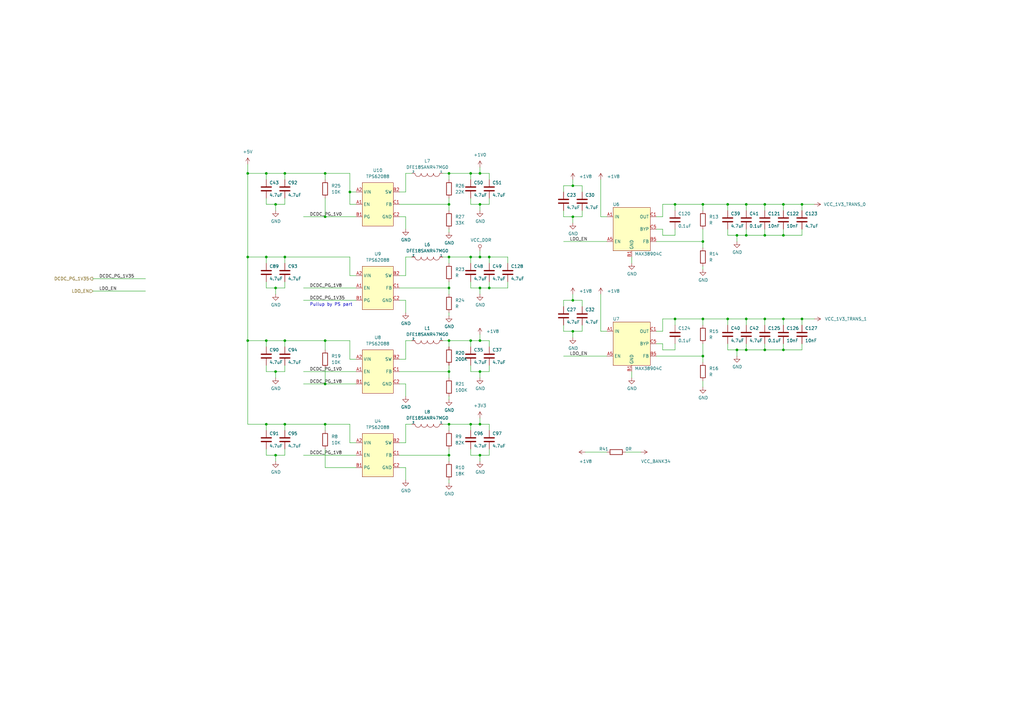
<source format=kicad_sch>
(kicad_sch (version 20220104) (generator eeschema)

  (uuid 4c969f96-e973-4bcc-8a01-2081e0662fdb)

  (paper "A3")

  (lib_symbols
    (symbol "7z010_ddr:VCC_1V3_TRANS_0" (power) (pin_names (offset 0)) (in_bom yes) (on_board yes)
      (property "Reference" "#PWR0224" (id 0) (at 0 -3.81 0)
        (effects (font (size 1.27 1.27)) hide)
      )
      (property "Value" "VCC_1V3_TRANS_0" (id 1) (at 0 3.81 0)
        (effects (font (size 1.27 1.27)))
      )
      (property "Footprint" "" (id 2) (at 0 0 0)
        (effects (font (size 1.27 1.27)) hide)
      )
      (property "Datasheet" "" (id 3) (at 0 0 0)
        (effects (font (size 1.27 1.27)) hide)
      )
      (property "ki_keywords" "power-flag" (id 4) (at 0 0 0)
        (effects (font (size 1.27 1.27)) hide)
      )
      (property "ki_description" "Power symbol creates a global label with name \"+1V3\"" (id 5) (at 0 0 0)
        (effects (font (size 1.27 1.27)) hide)
      )
      (symbol "VCC_1V3_TRANS_0_0_1"
        (polyline
          (pts
            (xy -0.762 1.27)
            (xy 0 2.54)
          )
          (stroke (width 0) (type default))
          (fill (type none))
        )
        (polyline
          (pts
            (xy 0 0)
            (xy 0 2.54)
          )
          (stroke (width 0) (type default))
          (fill (type none))
        )
        (polyline
          (pts
            (xy 0 2.54)
            (xy 0.762 1.27)
          )
          (stroke (width 0) (type default))
          (fill (type none))
        )
      )
      (symbol "VCC_1V3_TRANS_0_1_1"
        (pin power_in line (at 0 0 90) (length 0) hide
          (name "VCC_1V3_TRANS_0" (effects (font (size 1.27 1.27))))
          (number "1" (effects (font (size 1.27 1.27))))
        )
      )
    )
    (symbol "7z010_ddr:VCC_1V3_TRANS_1" (power) (pin_names (offset 0)) (in_bom yes) (on_board yes)
      (property "Reference" "#PWR0224" (id 0) (at 0 -3.81 0)
        (effects (font (size 1.27 1.27)) hide)
      )
      (property "Value" "VCC_1V3_TRANS_1" (id 1) (at 0 3.81 0)
        (effects (font (size 1.27 1.27)))
      )
      (property "Footprint" "" (id 2) (at 0 0 0)
        (effects (font (size 1.27 1.27)) hide)
      )
      (property "Datasheet" "" (id 3) (at 0 0 0)
        (effects (font (size 1.27 1.27)) hide)
      )
      (property "ki_keywords" "power-flag" (id 4) (at 0 0 0)
        (effects (font (size 1.27 1.27)) hide)
      )
      (property "ki_description" "Power symbol creates a global label with name \"+1V3\"" (id 5) (at 0 0 0)
        (effects (font (size 1.27 1.27)) hide)
      )
      (symbol "VCC_1V3_TRANS_1_0_1"
        (polyline
          (pts
            (xy -0.762 1.27)
            (xy 0 2.54)
          )
          (stroke (width 0) (type default))
          (fill (type none))
        )
        (polyline
          (pts
            (xy 0 0)
            (xy 0 2.54)
          )
          (stroke (width 0) (type default))
          (fill (type none))
        )
        (polyline
          (pts
            (xy 0 2.54)
            (xy 0.762 1.27)
          )
          (stroke (width 0) (type default))
          (fill (type none))
        )
      )
      (symbol "VCC_1V3_TRANS_1_1_1"
        (pin power_in line (at 0 0 90) (length 0) hide
          (name "VCC_1V3_TRANS_1" (effects (font (size 1.27 1.27))))
          (number "1" (effects (font (size 1.27 1.27))))
        )
      )
    )
    (symbol "7z010_ddr:VCC_BANK34" (power) (pin_names (offset 0)) (in_bom yes) (on_board yes)
      (property "Reference" "#PWR0136" (id 0) (at 0 -3.81 0)
        (effects (font (size 1.27 1.27)) hide)
      )
      (property "Value" "VCC_BANK34" (id 1) (at 3.81 0 90)
        (effects (font (size 1.27 1.27)) (justify left))
      )
      (property "Footprint" "" (id 2) (at 0 0 0)
        (effects (font (size 1.27 1.27)) hide)
      )
      (property "Datasheet" "" (id 3) (at 0 0 0)
        (effects (font (size 1.27 1.27)) hide)
      )
      (property "ki_keywords" "power-flag" (id 4) (at 0 0 0)
        (effects (font (size 1.27 1.27)) hide)
      )
      (property "ki_description" "Power symbol creates a global label with name \"+1V8\"" (id 5) (at 0 0 0)
        (effects (font (size 1.27 1.27)) hide)
      )
      (symbol "VCC_BANK34_0_1"
        (polyline
          (pts
            (xy -0.762 1.27)
            (xy 0 2.54)
          )
          (stroke (width 0) (type default))
          (fill (type none))
        )
        (polyline
          (pts
            (xy 0 0)
            (xy 0 2.54)
          )
          (stroke (width 0) (type default))
          (fill (type none))
        )
        (polyline
          (pts
            (xy 0 2.54)
            (xy 0.762 1.27)
          )
          (stroke (width 0) (type default))
          (fill (type none))
        )
      )
      (symbol "VCC_BANK34_1_1"
        (pin power_in line (at 0 0 90) (length 0) hide
          (name "VCC_BANK34" (effects (font (size 1.27 1.27))))
          (number "1" (effects (font (size 1.27 1.27))))
        )
      )
    )
    (symbol "7z010_ddr:VCC_DDR-power" (power) (pin_names (offset 0)) (in_bom yes) (on_board yes)
      (property "Reference" "#PWR" (id 0) (at 0 -3.81 0)
        (effects (font (size 1.27 1.27)) hide)
      )
      (property "Value" "VCC_DDR-power" (id 1) (at 0 3.81 0)
        (effects (font (size 1.27 1.27)))
      )
      (property "Footprint" "" (id 2) (at 0 0 0)
        (effects (font (size 1.27 1.27)) hide)
      )
      (property "Datasheet" "" (id 3) (at 0 0 0)
        (effects (font (size 1.27 1.27)) hide)
      )
      (symbol "VCC_DDR-power_0_1"
        (polyline
          (pts
            (xy 0 0)
            (xy 0 1.27)
          )
          (stroke (width 0) (type default))
          (fill (type none))
        )
        (circle (center 0 1.905) (radius 0.635)
          (stroke (width 0) (type default))
          (fill (type none))
        )
      )
      (symbol "VCC_DDR-power_1_1"
        (pin power_in line (at 0 0 90) (length 0) hide
          (name "VCC_DDR" (effects (font (size 1.27 1.27))))
          (number "1" (effects (font (size 1.27 1.27))))
        )
      )
    )
    (symbol "Device:C" (pin_numbers hide) (pin_names (offset 0.254)) (in_bom yes) (on_board yes)
      (property "Reference" "C" (id 0) (at 0.635 2.54 0)
        (effects (font (size 1.27 1.27)) (justify left))
      )
      (property "Value" "C" (id 1) (at 0.635 -2.54 0)
        (effects (font (size 1.27 1.27)) (justify left))
      )
      (property "Footprint" "" (id 2) (at 0.9652 -3.81 0)
        (effects (font (size 1.27 1.27)) hide)
      )
      (property "Datasheet" "~" (id 3) (at 0 0 0)
        (effects (font (size 1.27 1.27)) hide)
      )
      (property "ki_keywords" "cap capacitor" (id 4) (at 0 0 0)
        (effects (font (size 1.27 1.27)) hide)
      )
      (property "ki_description" "Unpolarized capacitor" (id 5) (at 0 0 0)
        (effects (font (size 1.27 1.27)) hide)
      )
      (property "ki_fp_filters" "C_*" (id 6) (at 0 0 0)
        (effects (font (size 1.27 1.27)) hide)
      )
      (symbol "C_0_1"
        (polyline
          (pts
            (xy -2.032 -0.762)
            (xy 2.032 -0.762)
          )
          (stroke (width 0.508) (type default))
          (fill (type none))
        )
        (polyline
          (pts
            (xy -2.032 0.762)
            (xy 2.032 0.762)
          )
          (stroke (width 0.508) (type default))
          (fill (type none))
        )
      )
      (symbol "C_1_1"
        (pin passive line (at 0 3.81 270) (length 2.794)
          (name "~" (effects (font (size 1.27 1.27))))
          (number "1" (effects (font (size 1.27 1.27))))
        )
        (pin passive line (at 0 -3.81 90) (length 2.794)
          (name "~" (effects (font (size 1.27 1.27))))
          (number "2" (effects (font (size 1.27 1.27))))
        )
      )
    )
    (symbol "Device:R" (pin_numbers hide) (pin_names (offset 0)) (in_bom yes) (on_board yes)
      (property "Reference" "R" (id 0) (at 2.032 0 90)
        (effects (font (size 1.27 1.27)))
      )
      (property "Value" "R" (id 1) (at 0 0 90)
        (effects (font (size 1.27 1.27)))
      )
      (property "Footprint" "" (id 2) (at -1.778 0 90)
        (effects (font (size 1.27 1.27)) hide)
      )
      (property "Datasheet" "~" (id 3) (at 0 0 0)
        (effects (font (size 1.27 1.27)) hide)
      )
      (property "ki_keywords" "R res resistor" (id 4) (at 0 0 0)
        (effects (font (size 1.27 1.27)) hide)
      )
      (property "ki_description" "Resistor" (id 5) (at 0 0 0)
        (effects (font (size 1.27 1.27)) hide)
      )
      (property "ki_fp_filters" "R_*" (id 6) (at 0 0 0)
        (effects (font (size 1.27 1.27)) hide)
      )
      (symbol "R_0_1"
        (rectangle (start -1.016 -2.54) (end 1.016 2.54)
          (stroke (width 0.254) (type default))
          (fill (type none))
        )
      )
      (symbol "R_1_1"
        (pin passive line (at 0 3.81 270) (length 1.27)
          (name "~" (effects (font (size 1.27 1.27))))
          (number "1" (effects (font (size 1.27 1.27))))
        )
        (pin passive line (at 0 -3.81 90) (length 1.27)
          (name "~" (effects (font (size 1.27 1.27))))
          (number "2" (effects (font (size 1.27 1.27))))
        )
      )
    )
    (symbol "Power_Supervisor_Local:MAX38904C" (in_bom yes) (on_board yes)
      (property "Reference" "U" (id 0) (at 6.35 -7.62 0)
        (effects (font (size 1.27 1.27)))
      )
      (property "Value" "MAX38904C" (id 1) (at 0 12.7 0)
        (effects (font (size 1.27 1.27)))
      )
      (property "Footprint" "" (id 2) (at -5.08 6.35 0)
        (effects (font (size 1.27 1.27)) hide)
      )
      (property "Datasheet" "" (id 3) (at -5.08 6.35 0)
        (effects (font (size 1.27 1.27)) hide)
      )
      (symbol "MAX38904C_0_1"
        (rectangle (start -7.62 11.43) (end 7.62 -6.35)
          (stroke (width 0.1524) (type default))
          (fill (type background))
        )
      )
      (symbol "MAX38904C_1_1"
        (pin power_in line (at -10.16 7.62 0) (length 2.54)
          (name "IN" (effects (font (size 1.27 1.27))))
          (number "A1" (effects (font (size 1.27 1.27))))
        )
        (pin power_in line (at -10.16 7.62 0) (length 2.54) hide
          (name "IN" (effects (font (size 1.27 1.27))))
          (number "A2" (effects (font (size 1.27 1.27))))
        )
        (pin power_in line (at -10.16 7.62 0) (length 2.54) hide
          (name "IN" (effects (font (size 1.27 1.27))))
          (number "A3" (effects (font (size 1.27 1.27))))
        )
        (pin power_in line (at -10.16 7.62 0) (length 2.54) hide
          (name "IN" (effects (font (size 1.27 1.27))))
          (number "A4" (effects (font (size 1.27 1.27))))
        )
        (pin input line (at -10.16 -2.54 0) (length 2.54)
          (name "EN" (effects (font (size 1.27 1.27))))
          (number "A5" (effects (font (size 1.27 1.27))))
        )
        (pin passive line (at 0 -8.89 90) (length 2.54)
          (name "GND" (effects (font (size 1.27 1.27))))
          (number "B1" (effects (font (size 1.27 1.27))))
        )
        (pin passive line (at 0 -8.89 90) (length 2.54) hide
          (name "GND" (effects (font (size 1.27 1.27))))
          (number "B2" (effects (font (size 1.27 1.27))))
        )
        (pin passive line (at 0 -8.89 90) (length 2.54) hide
          (name "GND" (effects (font (size 1.27 1.27))))
          (number "B3" (effects (font (size 1.27 1.27))))
        )
        (pin passive line (at 0 -8.89 90) (length 2.54) hide
          (name "GND" (effects (font (size 1.27 1.27))))
          (number "B4" (effects (font (size 1.27 1.27))))
        )
        (pin passive line (at 10.16 -2.54 180) (length 2.54)
          (name "FB" (effects (font (size 1.27 1.27))))
          (number "B5" (effects (font (size 1.27 1.27))))
        )
        (pin power_out line (at 10.16 7.62 180) (length 2.54)
          (name "OUT" (effects (font (size 1.27 1.27))))
          (number "C1" (effects (font (size 1.27 1.27))))
        )
        (pin power_out line (at 10.16 7.62 180) (length 2.54) hide
          (name "OUT" (effects (font (size 1.27 1.27))))
          (number "C2" (effects (font (size 1.27 1.27))))
        )
        (pin power_out line (at 10.16 7.62 180) (length 2.54) hide
          (name "OUT" (effects (font (size 1.27 1.27))))
          (number "C3" (effects (font (size 1.27 1.27))))
        )
        (pin power_out line (at 10.16 7.62 180) (length 2.54) hide
          (name "OUT" (effects (font (size 1.27 1.27))))
          (number "C4" (effects (font (size 1.27 1.27))))
        )
        (pin input line (at 10.16 2.54 180) (length 2.54)
          (name "BYP" (effects (font (size 1.27 1.27))))
          (number "C5" (effects (font (size 1.27 1.27))))
        )
      )
    )
    (symbol "Power_Supervisor_Local:TPS62088" (in_bom yes) (on_board yes)
      (property "Reference" "U10" (id 0) (at 0 13.97 0)
        (effects (font (size 1.27 1.27)))
      )
      (property "Value" "TPS62088" (id 1) (at 0 11.43 0)
        (effects (font (size 1.27 1.27)))
      )
      (property "Footprint" "Package_CSP:WLCSP-6_1.4x1.0mm_P0.4mm" (id 2) (at 0 0 0)
        (effects (font (size 1.27 1.27)) hide)
      )
      (property "Datasheet" "" (id 3) (at 0 0 0)
        (effects (font (size 1.27 1.27)) hide)
      )
      (symbol "TPS62088_0_1"
        (rectangle (start -6.35 8.89) (end 6.35 -8.89)
          (stroke (width 0.1524) (type default))
          (fill (type background))
        )
      )
      (symbol "TPS62088_1_1"
        (pin input line (at -8.89 0 0) (length 2.54)
          (name "EN" (effects (font (size 1.27 1.27))))
          (number "A1" (effects (font (size 1.27 1.27))))
        )
        (pin power_in line (at -8.89 5.08 0) (length 2.54)
          (name "VIN" (effects (font (size 1.27 1.27))))
          (number "A2" (effects (font (size 1.27 1.27))))
        )
        (pin output line (at -8.89 -5.08 0) (length 2.54)
          (name "PG" (effects (font (size 1.27 1.27))))
          (number "B1" (effects (font (size 1.27 1.27))))
        )
        (pin power_out line (at 8.89 5.08 180) (length 2.54)
          (name "SW" (effects (font (size 1.27 1.27))))
          (number "B2" (effects (font (size 1.27 1.27))))
        )
        (pin input line (at 8.89 0 180) (length 2.54)
          (name "FB" (effects (font (size 1.27 1.27))))
          (number "C1" (effects (font (size 1.27 1.27))))
        )
        (pin passive line (at 8.89 -5.08 180) (length 2.54)
          (name "GND" (effects (font (size 1.27 1.27))))
          (number "C2" (effects (font (size 1.27 1.27))))
        )
      )
    )
    (symbol "power:+1V0" (power) (pin_names (offset 0)) (in_bom yes) (on_board yes)
      (property "Reference" "#PWR" (id 0) (at 0 -3.81 0)
        (effects (font (size 1.27 1.27)) hide)
      )
      (property "Value" "+1V0" (id 1) (at 0 3.556 0)
        (effects (font (size 1.27 1.27)))
      )
      (property "Footprint" "" (id 2) (at 0 0 0)
        (effects (font (size 1.27 1.27)) hide)
      )
      (property "Datasheet" "" (id 3) (at 0 0 0)
        (effects (font (size 1.27 1.27)) hide)
      )
      (property "ki_keywords" "power-flag" (id 4) (at 0 0 0)
        (effects (font (size 1.27 1.27)) hide)
      )
      (property "ki_description" "Power symbol creates a global label with name \"+1V0\"" (id 5) (at 0 0 0)
        (effects (font (size 1.27 1.27)) hide)
      )
      (symbol "+1V0_0_1"
        (polyline
          (pts
            (xy -0.762 1.27)
            (xy 0 2.54)
          )
          (stroke (width 0) (type default))
          (fill (type none))
        )
        (polyline
          (pts
            (xy 0 0)
            (xy 0 2.54)
          )
          (stroke (width 0) (type default))
          (fill (type none))
        )
        (polyline
          (pts
            (xy 0 2.54)
            (xy 0.762 1.27)
          )
          (stroke (width 0) (type default))
          (fill (type none))
        )
      )
      (symbol "+1V0_1_1"
        (pin power_in line (at 0 0 90) (length 0) hide
          (name "+1V0" (effects (font (size 1.27 1.27))))
          (number "1" (effects (font (size 1.27 1.27))))
        )
      )
    )
    (symbol "power:+1V8" (power) (pin_names (offset 0)) (in_bom yes) (on_board yes)
      (property "Reference" "#PWR" (id 0) (at 0 -3.81 0)
        (effects (font (size 1.27 1.27)) hide)
      )
      (property "Value" "+1V8" (id 1) (at 0 3.556 0)
        (effects (font (size 1.27 1.27)))
      )
      (property "Footprint" "" (id 2) (at 0 0 0)
        (effects (font (size 1.27 1.27)) hide)
      )
      (property "Datasheet" "" (id 3) (at 0 0 0)
        (effects (font (size 1.27 1.27)) hide)
      )
      (property "ki_keywords" "power-flag" (id 4) (at 0 0 0)
        (effects (font (size 1.27 1.27)) hide)
      )
      (property "ki_description" "Power symbol creates a global label with name \"+1V8\"" (id 5) (at 0 0 0)
        (effects (font (size 1.27 1.27)) hide)
      )
      (symbol "+1V8_0_1"
        (polyline
          (pts
            (xy -0.762 1.27)
            (xy 0 2.54)
          )
          (stroke (width 0) (type default))
          (fill (type none))
        )
        (polyline
          (pts
            (xy 0 0)
            (xy 0 2.54)
          )
          (stroke (width 0) (type default))
          (fill (type none))
        )
        (polyline
          (pts
            (xy 0 2.54)
            (xy 0.762 1.27)
          )
          (stroke (width 0) (type default))
          (fill (type none))
        )
      )
      (symbol "+1V8_1_1"
        (pin power_in line (at 0 0 90) (length 0) hide
          (name "+1V8" (effects (font (size 1.27 1.27))))
          (number "1" (effects (font (size 1.27 1.27))))
        )
      )
    )
    (symbol "power:+3.3V" (power) (pin_names (offset 0)) (in_bom yes) (on_board yes)
      (property "Reference" "#PWR" (id 0) (at 0 -3.81 0)
        (effects (font (size 1.27 1.27)) hide)
      )
      (property "Value" "+3.3V" (id 1) (at 0 3.556 0)
        (effects (font (size 1.27 1.27)))
      )
      (property "Footprint" "" (id 2) (at 0 0 0)
        (effects (font (size 1.27 1.27)) hide)
      )
      (property "Datasheet" "" (id 3) (at 0 0 0)
        (effects (font (size 1.27 1.27)) hide)
      )
      (property "ki_keywords" "power-flag" (id 4) (at 0 0 0)
        (effects (font (size 1.27 1.27)) hide)
      )
      (property "ki_description" "Power symbol creates a global label with name \"+3.3V\"" (id 5) (at 0 0 0)
        (effects (font (size 1.27 1.27)) hide)
      )
      (symbol "+3.3V_0_1"
        (polyline
          (pts
            (xy -0.762 1.27)
            (xy 0 2.54)
          )
          (stroke (width 0) (type default))
          (fill (type none))
        )
        (polyline
          (pts
            (xy 0 0)
            (xy 0 2.54)
          )
          (stroke (width 0) (type default))
          (fill (type none))
        )
        (polyline
          (pts
            (xy 0 2.54)
            (xy 0.762 1.27)
          )
          (stroke (width 0) (type default))
          (fill (type none))
        )
      )
      (symbol "+3.3V_1_1"
        (pin power_in line (at 0 0 90) (length 0) hide
          (name "+3V3" (effects (font (size 1.27 1.27))))
          (number "1" (effects (font (size 1.27 1.27))))
        )
      )
    )
    (symbol "power:+5V" (power) (pin_names (offset 0)) (in_bom yes) (on_board yes)
      (property "Reference" "#PWR" (id 0) (at 0 -3.81 0)
        (effects (font (size 1.27 1.27)) hide)
      )
      (property "Value" "+5V" (id 1) (at 0 3.556 0)
        (effects (font (size 1.27 1.27)))
      )
      (property "Footprint" "" (id 2) (at 0 0 0)
        (effects (font (size 1.27 1.27)) hide)
      )
      (property "Datasheet" "" (id 3) (at 0 0 0)
        (effects (font (size 1.27 1.27)) hide)
      )
      (property "ki_keywords" "power-flag" (id 4) (at 0 0 0)
        (effects (font (size 1.27 1.27)) hide)
      )
      (property "ki_description" "Power symbol creates a global label with name \"+5V\"" (id 5) (at 0 0 0)
        (effects (font (size 1.27 1.27)) hide)
      )
      (symbol "+5V_0_1"
        (polyline
          (pts
            (xy -0.762 1.27)
            (xy 0 2.54)
          )
          (stroke (width 0) (type default))
          (fill (type none))
        )
        (polyline
          (pts
            (xy 0 0)
            (xy 0 2.54)
          )
          (stroke (width 0) (type default))
          (fill (type none))
        )
        (polyline
          (pts
            (xy 0 2.54)
            (xy 0.762 1.27)
          )
          (stroke (width 0) (type default))
          (fill (type none))
        )
      )
      (symbol "+5V_1_1"
        (pin power_in line (at 0 0 90) (length 0) hide
          (name "+5V" (effects (font (size 1.27 1.27))))
          (number "1" (effects (font (size 1.27 1.27))))
        )
      )
    )
    (symbol "power:GND" (power) (pin_names (offset 0)) (in_bom yes) (on_board yes)
      (property "Reference" "#PWR" (id 0) (at 0 -6.35 0)
        (effects (font (size 1.27 1.27)) hide)
      )
      (property "Value" "GND" (id 1) (at 0 -3.81 0)
        (effects (font (size 1.27 1.27)))
      )
      (property "Footprint" "" (id 2) (at 0 0 0)
        (effects (font (size 1.27 1.27)) hide)
      )
      (property "Datasheet" "" (id 3) (at 0 0 0)
        (effects (font (size 1.27 1.27)) hide)
      )
      (property "ki_keywords" "power-flag" (id 4) (at 0 0 0)
        (effects (font (size 1.27 1.27)) hide)
      )
      (property "ki_description" "Power symbol creates a global label with name \"GND\" , ground" (id 5) (at 0 0 0)
        (effects (font (size 1.27 1.27)) hide)
      )
      (symbol "GND_0_1"
        (polyline
          (pts
            (xy 0 0)
            (xy 0 -1.27)
            (xy 1.27 -1.27)
            (xy 0 -2.54)
            (xy -1.27 -1.27)
            (xy 0 -1.27)
          )
          (stroke (width 0) (type default))
          (fill (type none))
        )
      )
      (symbol "GND_1_1"
        (pin power_in line (at 0 0 270) (length 0) hide
          (name "GND" (effects (font (size 1.27 1.27))))
          (number "1" (effects (font (size 1.27 1.27))))
        )
      )
    )
    (symbol "pspice:INDUCTOR" (pin_numbers hide) (pin_names (offset 0)) (in_bom yes) (on_board yes)
      (property "Reference" "L" (id 0) (at 0 2.54 0)
        (effects (font (size 1.27 1.27)))
      )
      (property "Value" "INDUCTOR" (id 1) (at 0 -1.27 0)
        (effects (font (size 1.27 1.27)))
      )
      (property "Footprint" "" (id 2) (at 0 0 0)
        (effects (font (size 1.27 1.27)) hide)
      )
      (property "Datasheet" "~" (id 3) (at 0 0 0)
        (effects (font (size 1.27 1.27)) hide)
      )
      (property "ki_keywords" "simulation" (id 4) (at 0 0 0)
        (effects (font (size 1.27 1.27)) hide)
      )
      (property "ki_description" "Inductor symbol for simulation only" (id 5) (at 0 0 0)
        (effects (font (size 1.27 1.27)) hide)
      )
      (symbol "INDUCTOR_0_1"
        (arc (start -2.54 0) (mid -3.81 1.2645) (end -5.08 0)
          (stroke (width 0) (type default))
          (fill (type none))
        )
        (arc (start 0 0) (mid -1.27 1.2645) (end -2.54 0)
          (stroke (width 0) (type default))
          (fill (type none))
        )
        (arc (start 2.54 0) (mid 1.27 1.2645) (end 0 0)
          (stroke (width 0) (type default))
          (fill (type none))
        )
        (arc (start 5.08 0) (mid 3.81 1.2645) (end 2.54 0)
          (stroke (width 0) (type default))
          (fill (type none))
        )
      )
      (symbol "INDUCTOR_1_1"
        (pin input line (at -6.35 0 0) (length 1.27)
          (name "1" (effects (font (size 0.762 0.762))))
          (number "1" (effects (font (size 0.762 0.762))))
        )
        (pin input line (at 6.35 0 180) (length 1.27)
          (name "2" (effects (font (size 0.762 0.762))))
          (number "2" (effects (font (size 0.762 0.762))))
        )
      )
    )
  )

  (junction (at 321.31 96.52) (diameter 0) (color 0 0 0 0)
    (uuid 066956c3-73b4-48f2-b46f-a85a09f883d7)
  )
  (junction (at 288.29 83.82) (diameter 0) (color 0 0 0 0)
    (uuid 0784d04e-f6e8-47c0-b7c6-9679474d467f)
  )
  (junction (at 298.45 130.81) (diameter 0) (color 0 0 0 0)
    (uuid 0b76b075-e8b3-414a-9d72-29790eecbd6a)
  )
  (junction (at 313.69 143.51) (diameter 0) (color 0 0 0 0)
    (uuid 0d36ecab-4669-4ba2-b3bc-e02195f2592e)
  )
  (junction (at 288.29 130.81) (diameter 0) (color 0 0 0 0)
    (uuid 0f667ac1-2cb7-43a4-8b79-9d775b8f397d)
  )
  (junction (at 184.15 71.12) (diameter 0) (color 0 0 0 0)
    (uuid 10f471f8-02c8-44f4-8d09-04417e8839dd)
  )
  (junction (at 184.15 173.99) (diameter 0) (color 0 0 0 0)
    (uuid 13ce32f0-022d-444a-962e-8e0131595ce4)
  )
  (junction (at 113.03 186.69) (diameter 0) (color 0 0 0 0)
    (uuid 1adb51ad-8c1a-4a5b-8e07-cf95f303dcc7)
  )
  (junction (at 234.95 135.89) (diameter 0) (color 0 0 0 0)
    (uuid 2959347d-4f50-475d-864c-8d6a2aa8edeb)
  )
  (junction (at 184.15 83.82) (diameter 0) (color 0 0 0 0)
    (uuid 349bc387-6501-4f74-91e0-37343ce62ae1)
  )
  (junction (at 196.85 118.11) (diameter 0) (color 0 0 0 0)
    (uuid 36f3182b-f390-4add-bc9b-ee2bb6a709f2)
  )
  (junction (at 116.84 105.41) (diameter 0) (color 0 0 0 0)
    (uuid 392fdb83-6047-4b48-b7f6-4724547244b1)
  )
  (junction (at 113.03 83.82) (diameter 0) (color 0 0 0 0)
    (uuid 3bb15838-74ab-48c7-871f-ab2e31069acd)
  )
  (junction (at 109.22 139.7) (diameter 0) (color 0 0 0 0)
    (uuid 3dc695d3-42f8-486c-8419-dc4710487b7f)
  )
  (junction (at 133.35 139.7) (diameter 0) (color 0 0 0 0)
    (uuid 3e8a1622-83cf-457f-81e2-3f676e6556cb)
  )
  (junction (at 184.15 118.11) (diameter 0) (color 0 0 0 0)
    (uuid 4323fa3d-7d19-4ee4-a503-650e014f1d88)
  )
  (junction (at 196.85 71.12) (diameter 0) (color 0 0 0 0)
    (uuid 452d1df2-2d9a-4419-ba05-d4c4d5b66172)
  )
  (junction (at 116.84 71.12) (diameter 0) (color 0 0 0 0)
    (uuid 4617c33b-536f-493b-a887-ba47e446a8f8)
  )
  (junction (at 321.31 83.82) (diameter 0) (color 0 0 0 0)
    (uuid 49884fe6-0575-468f-a7cd-cacdec2eb0d2)
  )
  (junction (at 193.04 139.7) (diameter 0) (color 0 0 0 0)
    (uuid 4af4a78a-efe3-4ea2-a185-efe9f48ffad1)
  )
  (junction (at 321.31 130.81) (diameter 0) (color 0 0 0 0)
    (uuid 4ea2b55b-1193-4202-a065-ab0cba1a34f0)
  )
  (junction (at 116.84 139.7) (diameter 0) (color 0 0 0 0)
    (uuid 53f67143-f6c4-47e2-b949-791d0b50a4c1)
  )
  (junction (at 193.04 71.12) (diameter 0) (color 0 0 0 0)
    (uuid 543cbdb3-10ff-448d-94b5-bba02b9d96a1)
  )
  (junction (at 313.69 130.81) (diameter 0) (color 0 0 0 0)
    (uuid 5689831c-0a4d-4a40-bd52-e9040ded7098)
  )
  (junction (at 133.35 88.9) (diameter 0) (color 0 0 0 0)
    (uuid 5fe929f7-8ace-4c81-a3a0-10bfd0f928b9)
  )
  (junction (at 193.04 173.99) (diameter 0) (color 0 0 0 0)
    (uuid 608f9e67-491b-4d6a-b741-d96d46a05240)
  )
  (junction (at 234.95 123.19) (diameter 0) (color 0 0 0 0)
    (uuid 6362c1d0-ed48-40ea-acff-7138c603f67d)
  )
  (junction (at 276.86 83.82) (diameter 0) (color 0 0 0 0)
    (uuid 6471ca00-bd87-4e35-a22a-36fa3f8ab47d)
  )
  (junction (at 133.35 157.48) (diameter 0) (color 0 0 0 0)
    (uuid 683568ae-65f1-4cb3-b15d-d708747874bf)
  )
  (junction (at 113.03 118.11) (diameter 0) (color 0 0 0 0)
    (uuid 6a744507-b56b-47a8-83bc-3a7942c26480)
  )
  (junction (at 109.22 71.12) (diameter 0) (color 0 0 0 0)
    (uuid 6fcd139b-f54f-40eb-8329-80d57d5dc274)
  )
  (junction (at 276.86 130.81) (diameter 0) (color 0 0 0 0)
    (uuid 73eeb33b-61bf-4bba-a4ed-5b870bd78ac5)
  )
  (junction (at 321.31 143.51) (diameter 0) (color 0 0 0 0)
    (uuid 77ecc9d7-8c3e-490e-85de-49351e23cc02)
  )
  (junction (at 196.85 105.41) (diameter 0) (color 0 0 0 0)
    (uuid 7bc95677-861d-4373-a028-ca34a18432b4)
  )
  (junction (at 313.69 83.82) (diameter 0) (color 0 0 0 0)
    (uuid 7c2f1c28-f6a4-480c-b164-4246d0110c24)
  )
  (junction (at 113.03 152.4) (diameter 0) (color 0 0 0 0)
    (uuid 7e3fab01-7b6f-4f0d-a4ca-d8a475713797)
  )
  (junction (at 200.66 105.41) (diameter 0) (color 0 0 0 0)
    (uuid 802eddc1-fea8-4643-9dcd-7f6659f7934d)
  )
  (junction (at 288.29 146.05) (diameter 0) (color 0 0 0 0)
    (uuid 84bb6aea-da38-44ac-bd89-13f9f00ed4e8)
  )
  (junction (at 109.22 173.99) (diameter 0) (color 0 0 0 0)
    (uuid 85404152-fb49-4476-afe1-a9cbefb4aaf5)
  )
  (junction (at 143.51 78.74) (diameter 0) (color 0 0 0 0)
    (uuid 8594d1d3-52b2-45b3-871a-90fdde17c75d)
  )
  (junction (at 306.07 83.82) (diameter 0) (color 0 0 0 0)
    (uuid 8c688cec-f2ff-41f2-bb03-9aa7d0f09c5a)
  )
  (junction (at 101.6 105.41) (diameter 0) (color 0 0 0 0)
    (uuid 8e0b4896-67e5-431b-bd3b-d235d1c509a8)
  )
  (junction (at 184.15 105.41) (diameter 0) (color 0 0 0 0)
    (uuid 8f554045-b11c-4b40-95dd-203a8316edc1)
  )
  (junction (at 184.15 139.7) (diameter 0) (color 0 0 0 0)
    (uuid 91915778-5ead-4073-a8a4-1cdd4241b240)
  )
  (junction (at 200.66 118.11) (diameter 0) (color 0 0 0 0)
    (uuid 927e9bdd-ecf4-439a-adb9-183d5021863c)
  )
  (junction (at 288.29 99.06) (diameter 0) (color 0 0 0 0)
    (uuid 95e0c43c-a38e-449d-a494-8caf2f237717)
  )
  (junction (at 196.85 139.7) (diameter 0) (color 0 0 0 0)
    (uuid 9b3aff67-ad3f-4107-973d-5a1c1a22e522)
  )
  (junction (at 133.35 71.12) (diameter 0) (color 0 0 0 0)
    (uuid a65fb56a-d7e6-46c1-934b-d8dc032049fa)
  )
  (junction (at 196.85 83.82) (diameter 0) (color 0 0 0 0)
    (uuid adf7d97d-0146-4efb-87e6-022e7c8b6b93)
  )
  (junction (at 193.04 105.41) (diameter 0) (color 0 0 0 0)
    (uuid af7b32c5-1097-4a1d-b253-49f65887fdc3)
  )
  (junction (at 328.93 130.81) (diameter 0) (color 0 0 0 0)
    (uuid b4f59614-dc95-4c4c-a44e-04762dc55368)
  )
  (junction (at 196.85 173.99) (diameter 0) (color 0 0 0 0)
    (uuid b8038406-d032-4772-87e6-97eae7ad1c64)
  )
  (junction (at 101.6 71.12) (diameter 0) (color 0 0 0 0)
    (uuid b85355c6-7ef5-4164-9fc8-ec30b1b3e5fb)
  )
  (junction (at 234.95 76.2) (diameter 0) (color 0 0 0 0)
    (uuid c658f937-b9b7-4676-a0a1-315ed7e3549d)
  )
  (junction (at 184.15 186.69) (diameter 0) (color 0 0 0 0)
    (uuid d0a52826-dd20-48ca-bb1b-76387dcf239c)
  )
  (junction (at 313.69 96.52) (diameter 0) (color 0 0 0 0)
    (uuid d18d9b1c-8c06-4aa8-abd3-3dc3f965a0c6)
  )
  (junction (at 196.85 186.69) (diameter 0) (color 0 0 0 0)
    (uuid d5dce2a5-d943-4796-8cad-cec5a64cd676)
  )
  (junction (at 328.93 83.82) (diameter 0) (color 0 0 0 0)
    (uuid d6fff084-e7a1-479f-89c8-06ae570256f7)
  )
  (junction (at 306.07 130.81) (diameter 0) (color 0 0 0 0)
    (uuid da60c835-7cad-44f1-bf68-2101d44951b7)
  )
  (junction (at 133.35 173.99) (diameter 0) (color 0 0 0 0)
    (uuid e38b455b-6347-4e96-b770-10258b230d03)
  )
  (junction (at 302.26 96.52) (diameter 0) (color 0 0 0 0)
    (uuid e4dc00f0-d4c9-4b9b-a680-d8c390e95981)
  )
  (junction (at 116.84 173.99) (diameter 0) (color 0 0 0 0)
    (uuid e6cd4edb-fa8f-4057-8e33-566d9ea348ea)
  )
  (junction (at 298.45 83.82) (diameter 0) (color 0 0 0 0)
    (uuid e79de8fa-5aca-401a-823f-0b1cecbf369b)
  )
  (junction (at 302.26 143.51) (diameter 0) (color 0 0 0 0)
    (uuid ef305c11-ad79-45fb-a664-6b33bef5661f)
  )
  (junction (at 196.85 152.4) (diameter 0) (color 0 0 0 0)
    (uuid f37ce45f-201c-466a-8851-0f6a32a09d5a)
  )
  (junction (at 306.07 143.51) (diameter 0) (color 0 0 0 0)
    (uuid f701c141-1dcf-47a0-b591-517b4b631b7c)
  )
  (junction (at 101.6 139.7) (diameter 0) (color 0 0 0 0)
    (uuid f73fbd85-fc8a-4967-8c3c-eae7f5c447ef)
  )
  (junction (at 234.95 88.9) (diameter 0) (color 0 0 0 0)
    (uuid f7de8f2c-8e84-40e8-8b9d-19217f107be9)
  )
  (junction (at 306.07 96.52) (diameter 0) (color 0 0 0 0)
    (uuid fb31be77-d8dc-40bc-9d4d-c98317a7a66b)
  )
  (junction (at 109.22 105.41) (diameter 0) (color 0 0 0 0)
    (uuid fbc7da59-9702-4c1c-b2bb-598cf011c2f3)
  )
  (junction (at 184.15 152.4) (diameter 0) (color 0 0 0 0)
    (uuid fef51d4f-c6b8-4fd6-89d7-ecea54d0a3d3)
  )

  (wire (pts (xy 276.86 83.82) (xy 276.86 86.36))
    (stroke (width 0) (type default))
    (uuid 0350b827-8275-4bd1-ad58-2dd57d9b2a39)
  )
  (wire (pts (xy 143.51 83.82) (xy 143.51 78.74))
    (stroke (width 0) (type default))
    (uuid 04e86f1c-3efb-414b-973e-cab0cee6cffa)
  )
  (wire (pts (xy 200.66 139.7) (xy 200.66 142.24))
    (stroke (width 0) (type default))
    (uuid 0561a829-2696-4151-b93d-42118f57be33)
  )
  (wire (pts (xy 113.03 186.69) (xy 116.84 186.69))
    (stroke (width 0) (type default))
    (uuid 056f0dc2-f056-4671-b467-6f52113332da)
  )
  (wire (pts (xy 288.29 109.22) (xy 288.29 110.49))
    (stroke (width 0) (type default))
    (uuid 06a6be45-4454-40f2-abde-21c35349b13f)
  )
  (wire (pts (xy 143.51 78.74) (xy 146.05 78.74))
    (stroke (width 0) (type default))
    (uuid 075b9ec9-3196-4f26-a409-2759144853c6)
  )
  (wire (pts (xy 321.31 96.52) (xy 328.93 96.52))
    (stroke (width 0) (type default))
    (uuid 0b87cc40-fdee-4641-b4fc-2c95e3dc8176)
  )
  (wire (pts (xy 256.54 185.42) (xy 262.89 185.42))
    (stroke (width 0) (type default))
    (uuid 0c162bee-4f60-4018-92c1-4a3768d5d677)
  )
  (wire (pts (xy 234.95 73.66) (xy 234.95 76.2))
    (stroke (width 0) (type default))
    (uuid 0cb2877c-c0b8-47ec-b1fe-2234e9eb49f0)
  )
  (wire (pts (xy 208.28 107.95) (xy 208.28 105.41))
    (stroke (width 0) (type default))
    (uuid 0cdfc9c0-977f-41ec-8e5d-535c45854ad4)
  )
  (wire (pts (xy 271.78 143.51) (xy 271.78 140.97))
    (stroke (width 0) (type default))
    (uuid 0d25c6ce-d87f-49b6-8233-5584b7fae04a)
  )
  (wire (pts (xy 302.26 96.52) (xy 306.07 96.52))
    (stroke (width 0) (type default))
    (uuid 0d4912dd-1556-4e14-ab87-09395250920e)
  )
  (wire (pts (xy 200.66 184.15) (xy 200.66 186.69))
    (stroke (width 0) (type default))
    (uuid 0dcd185e-d5b7-43b7-aa47-c40323e46dd6)
  )
  (wire (pts (xy 196.85 152.4) (xy 196.85 154.94))
    (stroke (width 0) (type default))
    (uuid 0e86f95a-e391-412b-b521-a1bf53432fcc)
  )
  (wire (pts (xy 271.78 96.52) (xy 276.86 96.52))
    (stroke (width 0) (type default))
    (uuid 0f89cf19-fd93-4294-9d94-1e41152f9b31)
  )
  (wire (pts (xy 193.04 173.99) (xy 196.85 173.99))
    (stroke (width 0) (type default))
    (uuid 0face24a-6026-46e2-a85c-a17ae63980e3)
  )
  (wire (pts (xy 184.15 162.56) (xy 184.15 163.83))
    (stroke (width 0) (type default))
    (uuid 127c44b1-0e1b-4fdd-ad8c-3fda3aacdc61)
  )
  (wire (pts (xy 184.15 196.85) (xy 184.15 198.12))
    (stroke (width 0) (type default))
    (uuid 14ca8047-1656-4428-8eb2-25a908c7fdd9)
  )
  (wire (pts (xy 166.37 71.12) (xy 168.91 71.12))
    (stroke (width 0) (type default))
    (uuid 15afdab8-4190-4493-8c5e-bf473af7cd05)
  )
  (wire (pts (xy 133.35 151.13) (xy 133.35 157.48))
    (stroke (width 0) (type default))
    (uuid 15cfc754-afc0-421c-b1f8-719064a3c948)
  )
  (wire (pts (xy 306.07 83.82) (xy 313.69 83.82))
    (stroke (width 0) (type default))
    (uuid 162cc3da-4bc2-4304-b8e1-dc4679f23cc7)
  )
  (wire (pts (xy 298.45 86.36) (xy 298.45 83.82))
    (stroke (width 0) (type default))
    (uuid 165125a4-214c-4772-9cf8-c353bf9d4a4a)
  )
  (wire (pts (xy 193.04 115.57) (xy 193.04 118.11))
    (stroke (width 0) (type default))
    (uuid 18702724-bfb8-4b01-b246-9231e9f44f96)
  )
  (wire (pts (xy 109.22 184.15) (xy 109.22 186.69))
    (stroke (width 0) (type default))
    (uuid 18b5e086-f0d0-47ed-a716-09640e31114c)
  )
  (wire (pts (xy 313.69 93.98) (xy 313.69 96.52))
    (stroke (width 0) (type default))
    (uuid 1a6dc00a-6875-4b81-8542-3340f5525ccd)
  )
  (wire (pts (xy 288.29 83.82) (xy 298.45 83.82))
    (stroke (width 0) (type default))
    (uuid 1bf9058e-e9b5-47e3-a847-f1cf1a72ec41)
  )
  (wire (pts (xy 116.84 71.12) (xy 133.35 71.12))
    (stroke (width 0) (type default))
    (uuid 1c6ce687-c93f-4d18-a51f-35844c5ccadc)
  )
  (wire (pts (xy 196.85 139.7) (xy 200.66 139.7))
    (stroke (width 0) (type default))
    (uuid 1ccd9d67-f228-4af3-9c95-f34829f8739e)
  )
  (wire (pts (xy 166.37 113.03) (xy 166.37 105.41))
    (stroke (width 0) (type default))
    (uuid 1d1de307-978b-4f38-9fbe-115ba2f6ede9)
  )
  (wire (pts (xy 288.29 130.81) (xy 288.29 133.35))
    (stroke (width 0) (type default))
    (uuid 1d3580de-c88b-4b11-87ae-38eec84261c2)
  )
  (wire (pts (xy 113.03 186.69) (xy 113.03 189.23))
    (stroke (width 0) (type default))
    (uuid 1e5c4372-a032-4aa4-9872-9898d6b34791)
  )
  (wire (pts (xy 109.22 105.41) (xy 116.84 105.41))
    (stroke (width 0) (type default))
    (uuid 200c692a-8080-4f84-852c-d9eefaa32723)
  )
  (wire (pts (xy 143.51 113.03) (xy 146.05 113.03))
    (stroke (width 0) (type default))
    (uuid 225a6f1b-3e28-44cb-94e1-e08afca4a054)
  )
  (wire (pts (xy 109.22 81.28) (xy 109.22 83.82))
    (stroke (width 0) (type default))
    (uuid 229f53b8-45bc-40da-8237-3c4d46ac18ef)
  )
  (wire (pts (xy 269.24 99.06) (xy 288.29 99.06))
    (stroke (width 0) (type default))
    (uuid 22a77ea6-d4e9-43e0-8f04-978dab8132ba)
  )
  (wire (pts (xy 109.22 149.86) (xy 109.22 152.4))
    (stroke (width 0) (type default))
    (uuid 22e9fa84-d25d-4e0c-9282-850b528fff69)
  )
  (wire (pts (xy 302.26 96.52) (xy 302.26 99.06))
    (stroke (width 0) (type default))
    (uuid 23437656-fdb5-4cf7-a586-8ed72c448ed0)
  )
  (wire (pts (xy 113.03 152.4) (xy 113.03 154.94))
    (stroke (width 0) (type default))
    (uuid 237da965-e774-4bc5-9193-2041d41cd967)
  )
  (wire (pts (xy 193.04 142.24) (xy 193.04 139.7))
    (stroke (width 0) (type default))
    (uuid 23c52fca-54a1-4d5d-a281-3fa02d59017e)
  )
  (wire (pts (xy 231.14 135.89) (xy 234.95 135.89))
    (stroke (width 0) (type default))
    (uuid 243333d4-cabf-44cd-b59c-4a8a4ab0ca8d)
  )
  (wire (pts (xy 184.15 152.4) (xy 184.15 149.86))
    (stroke (width 0) (type default))
    (uuid 245c3e39-3955-41f7-81e7-cf4d70042b8c)
  )
  (wire (pts (xy 143.51 173.99) (xy 143.51 181.61))
    (stroke (width 0) (type default))
    (uuid 276f4829-c8f2-4db6-b9b6-76648b12660d)
  )
  (wire (pts (xy 109.22 142.24) (xy 109.22 139.7))
    (stroke (width 0) (type default))
    (uuid 28f1969a-2ad9-4798-84ef-a6b2caf5d418)
  )
  (wire (pts (xy 259.08 105.41) (xy 259.08 107.95))
    (stroke (width 0) (type default))
    (uuid 292e0a3a-3e37-450c-971c-dd2efdc679db)
  )
  (wire (pts (xy 276.86 96.52) (xy 276.86 93.98))
    (stroke (width 0) (type default))
    (uuid 297ebbea-4ca5-46ad-ae2f-3345e7aca12c)
  )
  (wire (pts (xy 143.51 147.32) (xy 146.05 147.32))
    (stroke (width 0) (type default))
    (uuid 2b3462e4-a8ac-4f45-a7ac-d220c3e54af5)
  )
  (wire (pts (xy 184.15 176.53) (xy 184.15 173.99))
    (stroke (width 0) (type default))
    (uuid 2c62de8a-203d-4517-ab72-56e3f138231e)
  )
  (wire (pts (xy 193.04 118.11) (xy 196.85 118.11))
    (stroke (width 0) (type default))
    (uuid 2ec01e61-24f5-4495-b044-a3298401f3fc)
  )
  (wire (pts (xy 101.6 105.41) (xy 101.6 139.7))
    (stroke (width 0) (type default))
    (uuid 2f179300-ace1-4df4-b946-9e4eaa8fe620)
  )
  (wire (pts (xy 133.35 139.7) (xy 143.51 139.7))
    (stroke (width 0) (type default))
    (uuid 2f893f81-90c8-4a2a-b6f4-0e56aed0c799)
  )
  (wire (pts (xy 184.15 118.11) (xy 184.15 115.57))
    (stroke (width 0) (type default))
    (uuid 2fa84cbd-cd02-43f7-8043-fdb57c8ef70f)
  )
  (wire (pts (xy 116.84 184.15) (xy 116.84 186.69))
    (stroke (width 0) (type default))
    (uuid 31ca73d2-45fd-4745-ab11-96bb147b0f14)
  )
  (wire (pts (xy 196.85 118.11) (xy 200.66 118.11))
    (stroke (width 0) (type default))
    (uuid 3247b122-85c4-47a3-851a-c294d4fe645b)
  )
  (wire (pts (xy 271.78 93.98) (xy 271.78 96.52))
    (stroke (width 0) (type default))
    (uuid 3263d6dd-92b0-4b4c-943d-58a4d8f1ddf0)
  )
  (wire (pts (xy 231.14 133.35) (xy 231.14 135.89))
    (stroke (width 0) (type default))
    (uuid 329b0f74-31cb-4c77-a0fe-4ec695ab2ff7)
  )
  (wire (pts (xy 248.92 88.9) (xy 246.38 88.9))
    (stroke (width 0) (type default))
    (uuid 33a19a7a-bec1-4017-9894-014dba64df75)
  )
  (wire (pts (xy 166.37 173.99) (xy 168.91 173.99))
    (stroke (width 0) (type default))
    (uuid 355e60d2-a2f0-471a-89e4-0adceea4f237)
  )
  (wire (pts (xy 200.66 118.11) (xy 208.28 118.11))
    (stroke (width 0) (type default))
    (uuid 37a8bebf-c411-4dd3-a0b3-597b30a5ffa4)
  )
  (wire (pts (xy 133.35 71.12) (xy 143.51 71.12))
    (stroke (width 0) (type default))
    (uuid 3c62e0a0-1508-4a82-9e18-3169dd33fd6d)
  )
  (wire (pts (xy 200.66 115.57) (xy 200.66 118.11))
    (stroke (width 0) (type default))
    (uuid 3e33c716-dc77-4595-b5e5-1ed333439551)
  )
  (wire (pts (xy 166.37 147.32) (xy 166.37 139.7))
    (stroke (width 0) (type default))
    (uuid 3fba1398-8e41-44d5-9838-8c9d8f133c3a)
  )
  (wire (pts (xy 133.35 157.48) (xy 146.05 157.48))
    (stroke (width 0) (type default))
    (uuid 3ff504d8-9882-428e-bfcd-2abac29b1a31)
  )
  (wire (pts (xy 231.14 76.2) (xy 234.95 76.2))
    (stroke (width 0) (type default))
    (uuid 405b45ce-6592-4286-a7c0-acd08ceb71f9)
  )
  (wire (pts (xy 166.37 78.74) (xy 166.37 71.12))
    (stroke (width 0) (type default))
    (uuid 4071e861-93e4-4da3-b3cf-bcb1456e1ad8)
  )
  (wire (pts (xy 321.31 140.97) (xy 321.31 143.51))
    (stroke (width 0) (type default))
    (uuid 40b6e583-fa82-4f4e-a74d-d8bd897f5de4)
  )
  (wire (pts (xy 231.14 86.36) (xy 231.14 88.9))
    (stroke (width 0) (type default))
    (uuid 416abb23-7f50-4906-87b8-665906b88c2d)
  )
  (wire (pts (xy 288.29 146.05) (xy 288.29 148.59))
    (stroke (width 0) (type default))
    (uuid 4223cf31-61fb-4bb9-a13d-79f2390fb784)
  )
  (wire (pts (xy 288.29 86.36) (xy 288.29 83.82))
    (stroke (width 0) (type default))
    (uuid 433b2816-5f7f-44fc-8391-d951ad5679e7)
  )
  (wire (pts (xy 196.85 83.82) (xy 196.85 86.36))
    (stroke (width 0) (type default))
    (uuid 4379052f-7213-4c8e-bf69-296b8a7c03e3)
  )
  (wire (pts (xy 271.78 130.81) (xy 276.86 130.81))
    (stroke (width 0) (type default))
    (uuid 43a37a30-2800-4315-9c78-ad5245fdf227)
  )
  (wire (pts (xy 116.84 105.41) (xy 143.51 105.41))
    (stroke (width 0) (type default))
    (uuid 44141d8d-a82a-4a10-a614-05787d0df41d)
  )
  (wire (pts (xy 196.85 137.16) (xy 196.85 139.7))
    (stroke (width 0) (type default))
    (uuid 446d99f7-e17c-44bc-a426-0dd72ff3e12f)
  )
  (wire (pts (xy 184.15 93.98) (xy 184.15 95.25))
    (stroke (width 0) (type default))
    (uuid 448c3ddc-4da8-4098-a528-6ab0d63e67b5)
  )
  (wire (pts (xy 321.31 130.81) (xy 321.31 133.35))
    (stroke (width 0) (type default))
    (uuid 45d2287e-5d00-4d74-b370-51c125e75d69)
  )
  (wire (pts (xy 246.38 120.65) (xy 246.38 135.89))
    (stroke (width 0) (type default))
    (uuid 484e4eb5-53bf-4343-b93b-9412117cf042)
  )
  (wire (pts (xy 101.6 139.7) (xy 109.22 139.7))
    (stroke (width 0) (type default))
    (uuid 49c9b10a-9e42-4f89-9091-c575615eca9b)
  )
  (wire (pts (xy 234.95 76.2) (xy 238.76 76.2))
    (stroke (width 0) (type default))
    (uuid 4b1fd92b-2d08-4fb9-ab2c-a41259b27c87)
  )
  (wire (pts (xy 313.69 96.52) (xy 321.31 96.52))
    (stroke (width 0) (type default))
    (uuid 4bfbd867-9fb1-465a-a44c-f965e464a3cb)
  )
  (wire (pts (xy 193.04 83.82) (xy 196.85 83.82))
    (stroke (width 0) (type default))
    (uuid 4db89d54-b488-474c-9ded-6561933a60b0)
  )
  (wire (pts (xy 321.31 86.36) (xy 321.31 83.82))
    (stroke (width 0) (type default))
    (uuid 4debe18f-7e80-4d21-ba49-7db9494039f3)
  )
  (wire (pts (xy 288.29 140.97) (xy 288.29 146.05))
    (stroke (width 0) (type default))
    (uuid 4ee32d35-e7cd-4a10-a92f-c2e196e36831)
  )
  (wire (pts (xy 328.93 133.35) (xy 328.93 130.81))
    (stroke (width 0) (type default))
    (uuid 52225ffd-7a2c-4ae1-b411-567ac96debbd)
  )
  (wire (pts (xy 109.22 152.4) (xy 113.03 152.4))
    (stroke (width 0) (type default))
    (uuid 522bf33e-855b-49ae-b33a-4419172ef781)
  )
  (wire (pts (xy 238.76 86.36) (xy 238.76 88.9))
    (stroke (width 0) (type default))
    (uuid 52af142f-8f2a-4a18-b020-37022177f615)
  )
  (wire (pts (xy 101.6 71.12) (xy 109.22 71.12))
    (stroke (width 0) (type default))
    (uuid 52bef1f6-66a6-4915-bbed-b8a7830b3d6e)
  )
  (wire (pts (xy 271.78 140.97) (xy 269.24 140.97))
    (stroke (width 0) (type default))
    (uuid 534c0ebd-13ba-46f4-a330-657fab77ef1a)
  )
  (wire (pts (xy 240.03 185.42) (xy 248.92 185.42))
    (stroke (width 0) (type default))
    (uuid 56312a40-b760-426e-a0f2-b82ac3a32b45)
  )
  (wire (pts (xy 200.66 105.41) (xy 200.66 107.95))
    (stroke (width 0) (type default))
    (uuid 58ce8aaa-0271-4eaf-a201-7f04f957f0d2)
  )
  (wire (pts (xy 302.26 143.51) (xy 302.26 146.05))
    (stroke (width 0) (type default))
    (uuid 58e370bb-6bea-4ce8-a511-d4b88053c2a1)
  )
  (wire (pts (xy 143.51 139.7) (xy 143.51 147.32))
    (stroke (width 0) (type default))
    (uuid 58eacc5c-573c-4fb7-b2bd-159f2dfa4338)
  )
  (wire (pts (xy 288.29 99.06) (xy 288.29 101.6))
    (stroke (width 0) (type default))
    (uuid 5922a402-9a0e-4bc3-9581-8d3698378e90)
  )
  (wire (pts (xy 234.95 120.65) (xy 234.95 123.19))
    (stroke (width 0) (type default))
    (uuid 5b048cdc-f91d-48b1-a4ab-c79ac2896b58)
  )
  (wire (pts (xy 109.22 107.95) (xy 109.22 105.41))
    (stroke (width 0) (type default))
    (uuid 5b1e389d-24bd-4079-ae36-187b108ab2e5)
  )
  (wire (pts (xy 113.03 118.11) (xy 113.03 120.65))
    (stroke (width 0) (type default))
    (uuid 5c5559fb-c020-473a-9cf3-20b962db6bbb)
  )
  (wire (pts (xy 288.29 130.81) (xy 298.45 130.81))
    (stroke (width 0) (type default))
    (uuid 5e0292f1-e86e-4476-bf40-6ae73476b6d4)
  )
  (wire (pts (xy 143.51 71.12) (xy 143.51 78.74))
    (stroke (width 0) (type default))
    (uuid 618102e8-0e45-450f-b9ea-43f63837baab)
  )
  (wire (pts (xy 163.83 147.32) (xy 166.37 147.32))
    (stroke (width 0) (type default))
    (uuid 6373cc02-be2a-458a-a4f5-6541462a8e2d)
  )
  (wire (pts (xy 101.6 173.99) (xy 109.22 173.99))
    (stroke (width 0) (type default))
    (uuid 64637bfa-985f-4cf2-9d3e-4992086025da)
  )
  (wire (pts (xy 116.84 81.28) (xy 116.84 83.82))
    (stroke (width 0) (type default))
    (uuid 64c754cb-e3a9-4cb5-b4c8-8ffa64681cb0)
  )
  (wire (pts (xy 101.6 173.99) (xy 101.6 139.7))
    (stroke (width 0) (type default))
    (uuid 6861cc7a-bab9-45d4-bafe-c2bfa83da6de)
  )
  (wire (pts (xy 196.85 105.41) (xy 200.66 105.41))
    (stroke (width 0) (type default))
    (uuid 68f548fd-dcd2-404a-a0e1-8a8e2715d33e)
  )
  (wire (pts (xy 101.6 67.31) (xy 101.6 71.12))
    (stroke (width 0) (type default))
    (uuid 69513653-7f0f-4ebf-b13d-8086bea0ddca)
  )
  (wire (pts (xy 133.35 88.9) (xy 146.05 88.9))
    (stroke (width 0) (type default))
    (uuid 69671dc7-8f82-4cf5-ba8b-037f7493b566)
  )
  (wire (pts (xy 143.51 105.41) (xy 143.51 113.03))
    (stroke (width 0) (type default))
    (uuid 69831ab1-6f11-480e-9d90-4d954f1fbb10)
  )
  (wire (pts (xy 306.07 83.82) (xy 306.07 86.36))
    (stroke (width 0) (type default))
    (uuid 6c01d8ed-6033-4c67-93c7-73b45b7b86b4)
  )
  (wire (pts (xy 234.95 123.19) (xy 238.76 123.19))
    (stroke (width 0) (type default))
    (uuid 6edd9632-b94f-4827-993b-e05f21dd3123)
  )
  (wire (pts (xy 181.61 71.12) (xy 184.15 71.12))
    (stroke (width 0) (type default))
    (uuid 6f4871f1-5a0e-4e29-9bd2-19d88d82e3d8)
  )
  (wire (pts (xy 298.45 133.35) (xy 298.45 130.81))
    (stroke (width 0) (type default))
    (uuid 70e89099-9fd2-4927-9349-6b6c7eeb5c27)
  )
  (wire (pts (xy 116.84 149.86) (xy 116.84 152.4))
    (stroke (width 0) (type default))
    (uuid 72973ea5-7d5e-438a-9227-9b078f164c8d)
  )
  (wire (pts (xy 109.22 176.53) (xy 109.22 173.99))
    (stroke (width 0) (type default))
    (uuid 73564e9a-70c8-4895-a355-0a2389d5a2dd)
  )
  (wire (pts (xy 238.76 76.2) (xy 238.76 78.74))
    (stroke (width 0) (type default))
    (uuid 752c19d3-b56f-47b4-9334-17c0cfdb4b2a)
  )
  (wire (pts (xy 196.85 186.69) (xy 196.85 189.23))
    (stroke (width 0) (type default))
    (uuid 7530f86f-2b02-45ea-8d98-f0a1a327eccc)
  )
  (wire (pts (xy 113.03 152.4) (xy 116.84 152.4))
    (stroke (width 0) (type default))
    (uuid 7577a37c-15fc-4917-b3fa-aadce72eee17)
  )
  (wire (pts (xy 306.07 93.98) (xy 306.07 96.52))
    (stroke (width 0) (type default))
    (uuid 75c677ff-344e-427c-a3cc-7a1e5d42f074)
  )
  (wire (pts (xy 163.83 181.61) (xy 166.37 181.61))
    (stroke (width 0) (type default))
    (uuid 761cbfb4-96a9-43b5-8381-cf40a566f9f7)
  )
  (wire (pts (xy 288.29 99.06) (xy 288.29 93.98))
    (stroke (width 0) (type default))
    (uuid 76a90f2f-8e08-49d2-8117-5ff74338a7ad)
  )
  (wire (pts (xy 298.45 140.97) (xy 298.45 143.51))
    (stroke (width 0) (type default))
    (uuid 7810c866-0941-4240-b613-6064ee09cd13)
  )
  (wire (pts (xy 321.31 130.81) (xy 328.93 130.81))
    (stroke (width 0) (type default))
    (uuid 785ffb19-7f47-4746-a2d8-dc8a45b6d20a)
  )
  (wire (pts (xy 184.15 152.4) (xy 184.15 154.94))
    (stroke (width 0) (type default))
    (uuid 794cb253-d909-4adf-a3a0-b11942ebe1a0)
  )
  (wire (pts (xy 298.45 83.82) (xy 306.07 83.82))
    (stroke (width 0) (type default))
    (uuid 7c04373d-91bb-4b1f-9193-8b7bfe2d3763)
  )
  (wire (pts (xy 113.03 83.82) (xy 116.84 83.82))
    (stroke (width 0) (type default))
    (uuid 7cdaaac9-7f06-4e36-9e57-82e2b683251e)
  )
  (wire (pts (xy 163.83 78.74) (xy 166.37 78.74))
    (stroke (width 0) (type default))
    (uuid 7d532561-235f-419d-b382-106cf0fccfe7)
  )
  (wire (pts (xy 163.83 88.9) (xy 166.37 88.9))
    (stroke (width 0) (type default))
    (uuid 7daa9f7f-ca4f-451f-a7af-2e6dc71699a5)
  )
  (wire (pts (xy 193.04 105.41) (xy 196.85 105.41))
    (stroke (width 0) (type default))
    (uuid 7e2b88a4-5ed7-437f-9f6b-7b5bebb41b03)
  )
  (wire (pts (xy 184.15 118.11) (xy 184.15 120.65))
    (stroke (width 0) (type default))
    (uuid 7fdf1df6-ea8f-4b92-878c-c7d0870cfba3)
  )
  (wire (pts (xy 166.37 139.7) (xy 168.91 139.7))
    (stroke (width 0) (type default))
    (uuid 80028c32-9a23-4afe-af16-04a22f6c7150)
  )
  (wire (pts (xy 184.15 83.82) (xy 184.15 81.28))
    (stroke (width 0) (type default))
    (uuid 80bf1cb6-94b9-48b6-bb86-320b7c283763)
  )
  (wire (pts (xy 124.46 157.48) (xy 133.35 157.48))
    (stroke (width 0) (type default))
    (uuid 80f00b71-17e6-410c-b306-54c94fec769d)
  )
  (wire (pts (xy 302.26 143.51) (xy 306.07 143.51))
    (stroke (width 0) (type default))
    (uuid 8131c8a0-fb54-455f-86a5-4b375c78dc98)
  )
  (wire (pts (xy 298.45 143.51) (xy 302.26 143.51))
    (stroke (width 0) (type default))
    (uuid 81bf0aa3-694d-46c6-ab94-52baaceea3aa)
  )
  (wire (pts (xy 166.37 105.41) (xy 168.91 105.41))
    (stroke (width 0) (type default))
    (uuid 8228b17c-21ec-40dd-b8b5-c23c7f8a01e9)
  )
  (wire (pts (xy 313.69 130.81) (xy 313.69 133.35))
    (stroke (width 0) (type default))
    (uuid 82577559-e0c9-44c7-a2c7-577531ecf631)
  )
  (wire (pts (xy 196.85 71.12) (xy 200.66 71.12))
    (stroke (width 0) (type default))
    (uuid 83b7566f-dfd7-4a59-ba27-88e6f3586de6)
  )
  (wire (pts (xy 109.22 186.69) (xy 113.03 186.69))
    (stroke (width 0) (type default))
    (uuid 83db0c07-e2d6-4aa5-9124-144da482af2e)
  )
  (wire (pts (xy 143.51 83.82) (xy 146.05 83.82))
    (stroke (width 0) (type default))
    (uuid 8459faef-16fb-4900-8d22-720208675618)
  )
  (wire (pts (xy 328.93 83.82) (xy 328.93 86.36))
    (stroke (width 0) (type default))
    (uuid 853570e0-0a05-4968-bd84-d45a5da97c59)
  )
  (wire (pts (xy 184.15 73.66) (xy 184.15 71.12))
    (stroke (width 0) (type default))
    (uuid 859bf8b5-4c09-41b3-879d-84b44a358b68)
  )
  (wire (pts (xy 184.15 186.69) (xy 163.83 186.69))
    (stroke (width 0) (type default))
    (uuid 85ff06be-ed84-44ea-8509-e28f55359c4e)
  )
  (wire (pts (xy 196.85 102.87) (xy 196.85 105.41))
    (stroke (width 0) (type default))
    (uuid 87761c8b-32c2-45e5-882c-be0f4969a419)
  )
  (wire (pts (xy 234.95 88.9) (xy 238.76 88.9))
    (stroke (width 0) (type default))
    (uuid 879d7abe-94c4-4274-8c1f-ea6025443fb3)
  )
  (wire (pts (xy 184.15 71.12) (xy 193.04 71.12))
    (stroke (width 0) (type default))
    (uuid 87a7db77-e483-4546-b98c-9384082b54b8)
  )
  (wire (pts (xy 328.93 96.52) (xy 328.93 93.98))
    (stroke (width 0) (type default))
    (uuid 88524ad9-5783-42f0-880a-e528eeadd9df)
  )
  (wire (pts (xy 181.61 105.41) (xy 184.15 105.41))
    (stroke (width 0) (type default))
    (uuid 888ce747-9365-4579-bfef-f4507c29e4a9)
  )
  (wire (pts (xy 193.04 71.12) (xy 196.85 71.12))
    (stroke (width 0) (type default))
    (uuid 890b1268-e5ca-4679-87be-ed4b05b7863c)
  )
  (wire (pts (xy 109.22 73.66) (xy 109.22 71.12))
    (stroke (width 0) (type default))
    (uuid 899fbe5b-774e-401c-8300-e2960390c11c)
  )
  (wire (pts (xy 193.04 186.69) (xy 196.85 186.69))
    (stroke (width 0) (type default))
    (uuid 89c16ef3-b5fa-42b3-873c-6bf0825fb7f9)
  )
  (wire (pts (xy 124.46 123.19) (xy 146.05 123.19))
    (stroke (width 0) (type default))
    (uuid 89f50097-ccf3-448a-a8f8-866e3fa5ba98)
  )
  (wire (pts (xy 184.15 83.82) (xy 163.83 83.82))
    (stroke (width 0) (type default))
    (uuid 8aae1ee0-9ddd-414c-9a72-17c31ec03734)
  )
  (wire (pts (xy 133.35 191.77) (xy 146.05 191.77))
    (stroke (width 0) (type default))
    (uuid 8cc9158a-45f4-4bf8-8770-a018744d8392)
  )
  (wire (pts (xy 276.86 143.51) (xy 271.78 143.51))
    (stroke (width 0) (type default))
    (uuid 9276a99b-1518-4b78-8e84-516e8dd82938)
  )
  (wire (pts (xy 166.37 123.19) (xy 166.37 128.27))
    (stroke (width 0) (type default))
    (uuid 93292680-7845-49c8-a769-4718d3af19e1)
  )
  (wire (pts (xy 116.84 173.99) (xy 133.35 173.99))
    (stroke (width 0) (type default))
    (uuid 933b29a5-95f7-4a1a-a3ed-ac73f674ae78)
  )
  (wire (pts (xy 163.83 157.48) (xy 166.37 157.48))
    (stroke (width 0) (type default))
    (uuid 93ed4318-1cae-4fe3-8d24-bbeb50c42186)
  )
  (wire (pts (xy 124.46 186.69) (xy 146.05 186.69))
    (stroke (width 0) (type default))
    (uuid 943359eb-0a2c-402e-980f-358200b92661)
  )
  (wire (pts (xy 116.84 139.7) (xy 133.35 139.7))
    (stroke (width 0) (type default))
    (uuid 94651041-899d-45e6-a815-f136f1708875)
  )
  (wire (pts (xy 321.31 143.51) (xy 328.93 143.51))
    (stroke (width 0) (type default))
    (uuid 94a18458-d418-4a30-b4f7-d16072133ff8)
  )
  (wire (pts (xy 196.85 118.11) (xy 196.85 120.65))
    (stroke (width 0) (type default))
    (uuid 955bea35-ced9-4eeb-b18d-616cc9708f7b)
  )
  (wire (pts (xy 238.76 133.35) (xy 238.76 135.89))
    (stroke (width 0) (type default))
    (uuid 958a61ef-bffa-4f49-bfa4-8361f3df2b41)
  )
  (wire (pts (xy 269.24 135.89) (xy 271.78 135.89))
    (stroke (width 0) (type default))
    (uuid 97cb42d6-5e6a-4630-a535-3f71af3d2ba6)
  )
  (wire (pts (xy 306.07 143.51) (xy 313.69 143.51))
    (stroke (width 0) (type default))
    (uuid 9866aa5d-dfad-4650-9599-b5b4138186b6)
  )
  (wire (pts (xy 200.66 81.28) (xy 200.66 83.82))
    (stroke (width 0) (type default))
    (uuid 98ee2db0-6287-4ad8-b94c-aa6bd922a6a2)
  )
  (wire (pts (xy 124.46 118.11) (xy 146.05 118.11))
    (stroke (width 0) (type default))
    (uuid 99c410a5-5f8e-47b1-af42-893e312f68ad)
  )
  (wire (pts (xy 109.22 139.7) (xy 116.84 139.7))
    (stroke (width 0) (type default))
    (uuid 9ad0dd1e-7f8d-4254-a19f-05a06418282a)
  )
  (wire (pts (xy 196.85 68.58) (xy 196.85 71.12))
    (stroke (width 0) (type default))
    (uuid 9add4617-4024-4b27-97e4-f1b60cfcceb3)
  )
  (wire (pts (xy 184.15 128.27) (xy 184.15 129.54))
    (stroke (width 0) (type default))
    (uuid 9cd613e5-3ea4-4413-ac6f-ecdfb1a87987)
  )
  (wire (pts (xy 143.51 181.61) (xy 146.05 181.61))
    (stroke (width 0) (type default))
    (uuid 9d15d3cb-0903-4ae1-9f25-29f556f5c68d)
  )
  (wire (pts (xy 163.83 123.19) (xy 166.37 123.19))
    (stroke (width 0) (type default))
    (uuid 9edd67bd-4169-44e2-b59f-7d3034b0de4b)
  )
  (wire (pts (xy 116.84 173.99) (xy 116.84 176.53))
    (stroke (width 0) (type default))
    (uuid a1477e37-b938-4fd2-8ab8-1deaa0553763)
  )
  (wire (pts (xy 231.14 78.74) (xy 231.14 76.2))
    (stroke (width 0) (type default))
    (uuid a15e830d-b75f-4fb7-b71d-2787603d4ca3)
  )
  (wire (pts (xy 248.92 135.89) (xy 246.38 135.89))
    (stroke (width 0) (type default))
    (uuid a2cc0266-f0d4-42d4-bc2d-9548d001e967)
  )
  (wire (pts (xy 109.22 71.12) (xy 116.84 71.12))
    (stroke (width 0) (type default))
    (uuid a3304312-e5d5-4280-958f-fa9a20ace163)
  )
  (wire (pts (xy 271.78 88.9) (xy 269.24 88.9))
    (stroke (width 0) (type default))
    (uuid a4aa8a6a-6993-401d-aa14-8957dc23a8ed)
  )
  (wire (pts (xy 181.61 139.7) (xy 184.15 139.7))
    (stroke (width 0) (type default))
    (uuid a69f9a94-3ac9-4b0b-b922-550b41e7ec25)
  )
  (wire (pts (xy 231.14 88.9) (xy 234.95 88.9))
    (stroke (width 0) (type default))
    (uuid a72ce799-641e-4ef9-bc86-fc5a35c10b79)
  )
  (wire (pts (xy 306.07 96.52) (xy 313.69 96.52))
    (stroke (width 0) (type default))
    (uuid a94ea299-f27e-416b-bb00-77ea7da2b735)
  )
  (wire (pts (xy 116.84 115.57) (xy 116.84 118.11))
    (stroke (width 0) (type default))
    (uuid a9e40e9e-deec-4ab6-8212-2b0c3ade83a5)
  )
  (wire (pts (xy 313.69 83.82) (xy 313.69 86.36))
    (stroke (width 0) (type default))
    (uuid aa120b4b-c9f8-46b9-a9ea-d744e2be8f69)
  )
  (wire (pts (xy 133.35 184.15) (xy 133.35 191.77))
    (stroke (width 0) (type default))
    (uuid ab2e10e1-f060-4541-a817-5d8be5dda9be)
  )
  (wire (pts (xy 133.35 173.99) (xy 143.51 173.99))
    (stroke (width 0) (type default))
    (uuid ab93439b-ac3e-4a28-ba72-84b858f005ec)
  )
  (wire (pts (xy 193.04 73.66) (xy 193.04 71.12))
    (stroke (width 0) (type default))
    (uuid ac283bb8-2bfd-4acd-adfc-17da3fe75efa)
  )
  (wire (pts (xy 193.04 149.86) (xy 193.04 152.4))
    (stroke (width 0) (type default))
    (uuid b04c9cbb-8030-419a-82a1-9e750bf989c7)
  )
  (wire (pts (xy 238.76 123.19) (xy 238.76 125.73))
    (stroke (width 0) (type default))
    (uuid b1260e68-9a57-4172-8a95-176046dfcc00)
  )
  (wire (pts (xy 276.86 130.81) (xy 276.86 133.35))
    (stroke (width 0) (type default))
    (uuid b18aa34a-bcd3-49ed-8944-30e94cc15cd1)
  )
  (wire (pts (xy 234.95 88.9) (xy 234.95 91.44))
    (stroke (width 0) (type default))
    (uuid b1955dbb-f126-4606-ae2f-aa062d87228e)
  )
  (wire (pts (xy 271.78 83.82) (xy 276.86 83.82))
    (stroke (width 0) (type default))
    (uuid b1a9bb2a-56e4-40f4-b5a8-9a1a331e1d4a)
  )
  (wire (pts (xy 109.22 118.11) (xy 113.03 118.11))
    (stroke (width 0) (type default))
    (uuid b1f120dc-ec5d-41a5-a3ee-d6f601379fa8)
  )
  (wire (pts (xy 184.15 83.82) (xy 184.15 86.36))
    (stroke (width 0) (type default))
    (uuid b2082a7f-3187-453d-94dd-537cab6c9bff)
  )
  (wire (pts (xy 193.04 152.4) (xy 196.85 152.4))
    (stroke (width 0) (type default))
    (uuid b2418090-7c34-4fc2-acd0-dd4bd0739103)
  )
  (wire (pts (xy 166.37 181.61) (xy 166.37 173.99))
    (stroke (width 0) (type default))
    (uuid b28db6fd-2131-4f8d-ae5b-7b7415e66696)
  )
  (wire (pts (xy 113.03 118.11) (xy 116.84 118.11))
    (stroke (width 0) (type default))
    (uuid b470effe-0f69-4897-a9a0-8e5e738b7ef5)
  )
  (wire (pts (xy 109.22 115.57) (xy 109.22 118.11))
    (stroke (width 0) (type default))
    (uuid b5dbf82a-761c-486d-b36b-d0e2a2c6b4c3)
  )
  (wire (pts (xy 200.66 173.99) (xy 200.66 176.53))
    (stroke (width 0) (type default))
    (uuid b6dc5aac-9854-4ff0-9bf6-571f85887ddb)
  )
  (wire (pts (xy 184.15 142.24) (xy 184.15 139.7))
    (stroke (width 0) (type default))
    (uuid b979d964-690a-4203-a3ed-a4887c9c7688)
  )
  (wire (pts (xy 184.15 118.11) (xy 163.83 118.11))
    (stroke (width 0) (type default))
    (uuid baa25132-33dc-4a51-979e-5f2381275920)
  )
  (wire (pts (xy 200.66 149.86) (xy 200.66 152.4))
    (stroke (width 0) (type default))
    (uuid baa89762-4f8e-4f39-9c04-56eef8f8f117)
  )
  (wire (pts (xy 124.46 88.9) (xy 133.35 88.9))
    (stroke (width 0) (type default))
    (uuid bb2094f2-7c45-4b61-a6b7-1843111c14d6)
  )
  (wire (pts (xy 269.24 93.98) (xy 271.78 93.98))
    (stroke (width 0) (type default))
    (uuid bb66baef-ec9a-4cb8-9ff6-5853d34060f7)
  )
  (wire (pts (xy 196.85 83.82) (xy 200.66 83.82))
    (stroke (width 0) (type default))
    (uuid bb6ff907-1beb-4865-ba20-605e03b0c133)
  )
  (wire (pts (xy 306.07 130.81) (xy 313.69 130.81))
    (stroke (width 0) (type default))
    (uuid bcd0889e-64a9-4e93-95bb-9243a6be4c7b)
  )
  (wire (pts (xy 231.14 123.19) (xy 234.95 123.19))
    (stroke (width 0) (type default))
    (uuid bd4fff3e-f5d9-45e6-875e-8ffcff37000b)
  )
  (wire (pts (xy 38.1 114.3) (xy 59.69 114.3))
    (stroke (width 0) (type default))
    (uuid beef7e4a-a9c3-4ca9-83e1-1416b24ecbd8)
  )
  (wire (pts (xy 234.95 135.89) (xy 234.95 138.43))
    (stroke (width 0) (type default))
    (uuid c081a826-336e-4eb4-93c9-ff79599b0816)
  )
  (wire (pts (xy 184.15 173.99) (xy 193.04 173.99))
    (stroke (width 0) (type default))
    (uuid c16cc9cd-250d-4102-bf3b-739aabeef6de)
  )
  (wire (pts (xy 231.14 146.05) (xy 248.92 146.05))
    (stroke (width 0) (type default))
    (uuid c23a81fa-78a9-48b6-bebe-351d8a8e4927)
  )
  (wire (pts (xy 193.04 107.95) (xy 193.04 105.41))
    (stroke (width 0) (type default))
    (uuid c46ebedf-d3f9-4608-b782-880504b3f8a0)
  )
  (wire (pts (xy 271.78 83.82) (xy 271.78 88.9))
    (stroke (width 0) (type default))
    (uuid c64ba5e7-6a81-465f-b7bc-a13e2529df9f)
  )
  (wire (pts (xy 306.07 140.97) (xy 306.07 143.51))
    (stroke (width 0) (type default))
    (uuid c745fff9-b66a-4f85-8093-fbc7c83273a4)
  )
  (wire (pts (xy 208.28 105.41) (xy 200.66 105.41))
    (stroke (width 0) (type default))
    (uuid c8202993-a296-4a47-8f80-e462da4904d3)
  )
  (wire (pts (xy 196.85 173.99) (xy 200.66 173.99))
    (stroke (width 0) (type default))
    (uuid c8208d91-a92e-4045-b180-ae6fe74883b0)
  )
  (wire (pts (xy 231.14 99.06) (xy 248.92 99.06))
    (stroke (width 0) (type default))
    (uuid ca607d83-e111-4ee1-9151-5665ea8e9662)
  )
  (wire (pts (xy 116.84 71.12) (xy 116.84 73.66))
    (stroke (width 0) (type default))
    (uuid cb0e020a-fc65-49f1-8f4a-a90e4c656646)
  )
  (wire (pts (xy 193.04 139.7) (xy 196.85 139.7))
    (stroke (width 0) (type default))
    (uuid cc399b32-8169-4172-bdb6-46b29e81d1e0)
  )
  (wire (pts (xy 163.83 191.77) (xy 166.37 191.77))
    (stroke (width 0) (type default))
    (uuid cddc2da8-400a-4428-bcc9-4b419b62234f)
  )
  (wire (pts (xy 276.86 140.97) (xy 276.86 143.51))
    (stroke (width 0) (type default))
    (uuid cdfd3755-ccab-43b5-b19f-35facac863c2)
  )
  (wire (pts (xy 166.37 191.77) (xy 166.37 196.85))
    (stroke (width 0) (type default))
    (uuid ce10a52e-b967-4a8f-86ca-f5b6d8f6cb5e)
  )
  (wire (pts (xy 231.14 125.73) (xy 231.14 123.19))
    (stroke (width 0) (type default))
    (uuid ce2b76cf-a609-4aa7-be67-98f6c28a1f91)
  )
  (wire (pts (xy 109.22 173.99) (xy 116.84 173.99))
    (stroke (width 0) (type default))
    (uuid d20476ea-7311-43f3-abdb-b426f50c61f5)
  )
  (wire (pts (xy 313.69 83.82) (xy 321.31 83.82))
    (stroke (width 0) (type default))
    (uuid d3a34d92-66da-482b-bc58-4b9e92ec6b65)
  )
  (wire (pts (xy 109.22 83.82) (xy 113.03 83.82))
    (stroke (width 0) (type default))
    (uuid d43e9f2b-49b0-44e5-a295-de124d50f301)
  )
  (wire (pts (xy 124.46 152.4) (xy 146.05 152.4))
    (stroke (width 0) (type default))
    (uuid d59f3325-2db7-4e64-9faa-d50022ea9e2b)
  )
  (wire (pts (xy 196.85 186.69) (xy 200.66 186.69))
    (stroke (width 0) (type default))
    (uuid d61a4530-bf12-416d-a9ae-12d59688b49c)
  )
  (wire (pts (xy 133.35 81.28) (xy 133.35 88.9))
    (stroke (width 0) (type default))
    (uuid d7c32229-dd71-442c-9567-ba795f900b7a)
  )
  (wire (pts (xy 328.93 140.97) (xy 328.93 143.51))
    (stroke (width 0) (type default))
    (uuid d8a0acef-622f-4854-8e22-127e0b38c355)
  )
  (wire (pts (xy 166.37 157.48) (xy 166.37 162.56))
    (stroke (width 0) (type default))
    (uuid d937012d-1f73-4950-b8d0-33019e5abee1)
  )
  (wire (pts (xy 328.93 83.82) (xy 334.01 83.82))
    (stroke (width 0) (type default))
    (uuid d990dac4-1a61-4826-bb9c-b991116bc083)
  )
  (wire (pts (xy 184.15 186.69) (xy 184.15 184.15))
    (stroke (width 0) (type default))
    (uuid d9998381-25ad-4d59-a9af-9f738aa339bb)
  )
  (wire (pts (xy 259.08 152.4) (xy 259.08 154.94))
    (stroke (width 0) (type default))
    (uuid da616ba2-7cc7-47c5-aef0-b5ad53cacd07)
  )
  (wire (pts (xy 276.86 83.82) (xy 288.29 83.82))
    (stroke (width 0) (type default))
    (uuid da6cd9fc-cc0b-4287-978b-d0412db306e8)
  )
  (wire (pts (xy 133.35 176.53) (xy 133.35 173.99))
    (stroke (width 0) (type default))
    (uuid dc3d1e86-595a-481b-a3a8-12d7ec0c1a61)
  )
  (wire (pts (xy 306.07 130.81) (xy 306.07 133.35))
    (stroke (width 0) (type default))
    (uuid dd1f3dda-0a2d-4783-82db-e2503d699dc9)
  )
  (wire (pts (xy 298.45 130.81) (xy 306.07 130.81))
    (stroke (width 0) (type default))
    (uuid defb5124-50bf-4a45-a07e-bbd3d938be26)
  )
  (wire (pts (xy 193.04 176.53) (xy 193.04 173.99))
    (stroke (width 0) (type default))
    (uuid e296753a-e415-46ae-8bcf-2fbecd787fbe)
  )
  (wire (pts (xy 298.45 93.98) (xy 298.45 96.52))
    (stroke (width 0) (type default))
    (uuid e29f654c-5e95-41e5-abea-6633858d5306)
  )
  (wire (pts (xy 101.6 105.41) (xy 109.22 105.41))
    (stroke (width 0) (type default))
    (uuid e339dd03-4ec8-4854-b9f0-8bfc351a1c6d)
  )
  (wire (pts (xy 246.38 73.66) (xy 246.38 88.9))
    (stroke (width 0) (type default))
    (uuid e3882faf-4438-4230-9088-dec5f7dcc086)
  )
  (wire (pts (xy 208.28 118.11) (xy 208.28 115.57))
    (stroke (width 0) (type default))
    (uuid e3db4239-724f-4855-a4bf-c987f8431140)
  )
  (wire (pts (xy 321.31 93.98) (xy 321.31 96.52))
    (stroke (width 0) (type default))
    (uuid e467619a-a603-4584-b2d6-e957e518b774)
  )
  (wire (pts (xy 116.84 105.41) (xy 116.84 107.95))
    (stroke (width 0) (type default))
    (uuid e48735e6-1872-4dd5-adbd-89ff0477b1ca)
  )
  (wire (pts (xy 184.15 107.95) (xy 184.15 105.41))
    (stroke (width 0) (type default))
    (uuid e550d65a-2aeb-4956-addb-9c4cc6fd8586)
  )
  (wire (pts (xy 328.93 130.81) (xy 334.01 130.81))
    (stroke (width 0) (type default))
    (uuid e6a88754-a8eb-4471-aaed-2326f11ee69c)
  )
  (wire (pts (xy 184.15 152.4) (xy 163.83 152.4))
    (stroke (width 0) (type default))
    (uuid e7755d29-fb89-4d40-9e53-32949e2365de)
  )
  (wire (pts (xy 234.95 135.89) (xy 238.76 135.89))
    (stroke (width 0) (type default))
    (uuid e80eafc6-441b-4dd3-9b69-1c4ae9147e67)
  )
  (wire (pts (xy 193.04 184.15) (xy 193.04 186.69))
    (stroke (width 0) (type default))
    (uuid e83103be-1665-430c-af73-43f3a648fceb)
  )
  (wire (pts (xy 133.35 73.66) (xy 133.35 71.12))
    (stroke (width 0) (type default))
    (uuid e8b1bf70-b8d8-4e0b-9fae-8c9b4e160a14)
  )
  (wire (pts (xy 313.69 130.81) (xy 321.31 130.81))
    (stroke (width 0) (type default))
    (uuid e8cb0df5-2dd8-4fbf-ab62-227c4f21bf00)
  )
  (wire (pts (xy 321.31 83.82) (xy 328.93 83.82))
    (stroke (width 0) (type default))
    (uuid e99153f3-1a44-4d9f-8999-d83dcb04ea98)
  )
  (wire (pts (xy 196.85 152.4) (xy 200.66 152.4))
    (stroke (width 0) (type default))
    (uuid eac3b996-9796-4f9b-bbef-dd104521d138)
  )
  (wire (pts (xy 313.69 140.97) (xy 313.69 143.51))
    (stroke (width 0) (type default))
    (uuid ec44670b-247e-4390-a29e-e41f92150ceb)
  )
  (wire (pts (xy 113.03 83.82) (xy 113.03 86.36))
    (stroke (width 0) (type default))
    (uuid ecb90b62-905f-4105-845a-baba40420fb3)
  )
  (wire (pts (xy 193.04 81.28) (xy 193.04 83.82))
    (stroke (width 0) (type default))
    (uuid eeff1950-e3ec-4ae5-87ab-21c3decbc889)
  )
  (wire (pts (xy 133.35 143.51) (xy 133.35 139.7))
    (stroke (width 0) (type default))
    (uuid f06647a5-ab24-4708-9129-906aba858b5e)
  )
  (wire (pts (xy 101.6 71.12) (xy 101.6 105.41))
    (stroke (width 0) (type default))
    (uuid f0a7b5ed-74fa-4f08-968f-57b147b7ec55)
  )
  (wire (pts (xy 184.15 105.41) (xy 193.04 105.41))
    (stroke (width 0) (type default))
    (uuid f1d947c1-c4d2-4bbc-8e96-4f6b1ae81f0c)
  )
  (wire (pts (xy 288.29 156.21) (xy 288.29 158.75))
    (stroke (width 0) (type default))
    (uuid f2d78dc5-b7cd-47a0-a7f1-7aff6a11958f)
  )
  (wire (pts (xy 181.61 173.99) (xy 184.15 173.99))
    (stroke (width 0) (type default))
    (uuid f2fef84a-70fd-4fa4-a3bd-1bd4bcb903bf)
  )
  (wire (pts (xy 184.15 139.7) (xy 193.04 139.7))
    (stroke (width 0) (type default))
    (uuid f49eb232-7b52-4193-a70a-e9f6a621edbf)
  )
  (wire (pts (xy 200.66 71.12) (xy 200.66 73.66))
    (stroke (width 0) (type default))
    (uuid f4f3cae8-ae38-4c9f-b76d-1f18ae2cfc80)
  )
  (wire (pts (xy 298.45 96.52) (xy 302.26 96.52))
    (stroke (width 0) (type default))
    (uuid f5141edd-baea-43b8-903e-f243417183f2)
  )
  (wire (pts (xy 166.37 88.9) (xy 166.37 93.98))
    (stroke (width 0) (type default))
    (uuid f5317fbc-802b-43ae-b66e-2df3ab118368)
  )
  (wire (pts (xy 116.84 139.7) (xy 116.84 142.24))
    (stroke (width 0) (type default))
    (uuid f67a5d6d-bd07-420c-be3a-a0369d3076bc)
  )
  (wire (pts (xy 276.86 130.81) (xy 288.29 130.81))
    (stroke (width 0) (type default))
    (uuid f6881824-9139-4b28-bfde-f19c649574f3)
  )
  (wire (pts (xy 269.24 146.05) (xy 288.29 146.05))
    (stroke (width 0) (type default))
    (uuid f6ca7ffa-d4e4-4a45-9169-dab41a753991)
  )
  (wire (pts (xy 313.69 143.51) (xy 321.31 143.51))
    (stroke (width 0) (type default))
    (uuid f7491a0e-a575-4ec8-9ee3-caf2e834e1ed)
  )
  (wire (pts (xy 163.83 113.03) (xy 166.37 113.03))
    (stroke (width 0) (type default))
    (uuid f7b2214d-0482-4e59-a631-7d610ba4d50f)
  )
  (wire (pts (xy 196.85 171.45) (xy 196.85 173.99))
    (stroke (width 0) (type default))
    (uuid f9d6976a-2455-4712-b16b-e26ed91b45f5)
  )
  (wire (pts (xy 271.78 130.81) (xy 271.78 135.89))
    (stroke (width 0) (type default))
    (uuid f9e03247-fcc6-43c7-a775-796e69a7101a)
  )
  (wire (pts (xy 38.1 119.38) (xy 59.69 119.38))
    (stroke (width 0) (type default))
    (uuid fb380594-7303-4eda-9dfc-d126bb0ae9bf)
  )
  (wire (pts (xy 184.15 186.69) (xy 184.15 189.23))
    (stroke (width 0) (type default))
    (uuid fba210eb-bed5-4e20-a9e3-194ca9b5cba6)
  )

  (text "Pullup by PS part\n" (at 127 125.73 0)
    (effects (font (size 1.27 1.27)) (justify left bottom))
    (uuid 55a3bd85-e4a6-4deb-96ab-94815cbb4719)
  )

  (label "DCDC_PG_1V8" (at 127 186.69 0) (fields_autoplaced)
    (effects (font (size 1.27 1.27)) (justify left bottom))
    (uuid 00b9a6d6-844c-4e1d-825b-4ec1392b5a9f)
  )
  (label "LDO_EN" (at 233.68 146.05 0) (fields_autoplaced)
    (effects (font (size 1.27 1.27)) (justify left bottom))
    (uuid 12199f51-379f-486e-8742-4c6de81c52eb)
  )
  (label "DCDC_PG_1V8" (at 127 118.11 0) (fields_autoplaced)
    (effects (font (size 1.27 1.27)) (justify left bottom))
    (uuid 21e60bf1-34a8-4e30-b75d-6a7c31d5232f)
  )
  (label "DCDC_PG_1V35" (at 40.64 114.3 0) (fields_autoplaced)
    (effects (font (size 1.27 1.27)) (justify left bottom))
    (uuid 2ac0b11c-2e59-44b5-a7bf-b0b3e3aeaaf5)
  )
  (label "DCDC_PG_1V0" (at 127 88.9 0) (fields_autoplaced)
    (effects (font (size 1.27 1.27)) (justify left bottom))
    (uuid 42f51149-ad69-4293-b33a-fd79877c17ca)
  )
  (label "LDO_EN" (at 233.68 99.06 0) (fields_autoplaced)
    (effects (font (size 1.27 1.27)) (justify left bottom))
    (uuid 9bc5c003-abf5-4f26-bf3f-0c3e0b81d69f)
  )
  (label "LDO_EN" (at 40.64 119.38 0) (fields_autoplaced)
    (effects (font (size 1.27 1.27)) (justify left bottom))
    (uuid b600685b-1980-498b-902f-6e0cdf343f3b)
  )
  (label "DCDC_PG_1V8" (at 127 157.48 0) (fields_autoplaced)
    (effects (font (size 1.27 1.27)) (justify left bottom))
    (uuid b8c366dd-1b92-415d-b3bb-a74fec70c371)
  )
  (label "DCDC_PG_1V0" (at 127 152.4 0) (fields_autoplaced)
    (effects (font (size 1.27 1.27)) (justify left bottom))
    (uuid f863cc89-ec9f-4dd7-87d3-07a042f27902)
  )
  (label "DCDC_PG_1V35" (at 127 123.19 0) (fields_autoplaced)
    (effects (font (size 1.27 1.27)) (justify left bottom))
    (uuid fc287ff7-fa2f-48e7-adf7-328e308cb734)
  )

  (hierarchical_label "LDO_EN" (shape input) (at 38.1 119.38 180) (fields_autoplaced)
    (effects (font (size 1.27 1.27)) (justify right))
    (uuid 77ee5f5d-fa95-469c-8dd9-f80dad127a08)
  )
  (hierarchical_label "DCDC_PG_1V35" (shape output) (at 38.1 114.3 180) (fields_autoplaced)
    (effects (font (size 1.27 1.27)) (justify right))
    (uuid d503b32a-818f-4548-ae80-a305eeb49f65)
  )

  (symbol (lib_id "Device:R") (at 133.35 180.34 0) (unit 1)
    (in_bom yes) (on_board yes) (fields_autoplaced)
    (uuid 00245f23-267e-4d06-b3e4-9cd183fa7df4)
    (property "Reference" "R8" (id 0) (at 135.89 179.0699 0)
      (effects (font (size 1.27 1.27)) (justify left))
    )
    (property "Value" "10K" (id 1) (at 135.89 181.6099 0)
      (effects (font (size 1.27 1.27)) (justify left))
    )
    (property "Footprint" "Resistor_SMD:R_0201_0603Metric" (id 2) (at 131.572 180.34 90)
      (effects (font (size 1.27 1.27)) hide)
    )
    (property "Datasheet" "~" (id 3) (at 133.35 180.34 0)
      (effects (font (size 1.27 1.27)) hide)
    )
    (pin "1" (uuid 506f4a15-9672-48e8-b71e-572d59b01614))
    (pin "2" (uuid 70ba2b48-5508-484c-b64c-8b12a09462d1))
  )

  (symbol (lib_id "power:+5V") (at 101.6 67.31 0) (unit 1)
    (in_bom yes) (on_board yes) (fields_autoplaced)
    (uuid 03349a13-327f-49c2-b1c6-dfee40cda92e)
    (property "Reference" "#PWR0178" (id 0) (at 101.6 71.12 0)
      (effects (font (size 1.27 1.27)) hide)
    )
    (property "Value" "+5V" (id 1) (at 101.6 62.23 0)
      (effects (font (size 1.27 1.27)))
    )
    (property "Footprint" "" (id 2) (at 101.6 67.31 0)
      (effects (font (size 1.27 1.27)) hide)
    )
    (property "Datasheet" "" (id 3) (at 101.6 67.31 0)
      (effects (font (size 1.27 1.27)) hide)
    )
    (pin "1" (uuid 3e502dd4-e079-4d65-89b7-dff695cf7c71))
  )

  (symbol (lib_id "7z010_ddr:VCC_1V3_TRANS_0") (at 334.01 83.82 270) (mirror x) (unit 1)
    (in_bom yes) (on_board yes) (fields_autoplaced)
    (uuid 05bb7dc4-c68c-4273-b69b-08feca8b8020)
    (property "Reference" "#PWR0267" (id 0) (at 330.2 83.82 0)
      (effects (font (size 1.27 1.27)) hide)
    )
    (property "Value" "VCC_1V3_TRANS_0" (id 1) (at 337.82 83.82 90)
      (effects (font (size 1.27 1.27)) (justify left))
    )
    (property "Footprint" "" (id 2) (at 334.01 83.82 0)
      (effects (font (size 1.27 1.27)) hide)
    )
    (property "Datasheet" "" (id 3) (at 334.01 83.82 0)
      (effects (font (size 1.27 1.27)) hide)
    )
    (pin "1" (uuid 5525c74d-d56b-48e1-9018-6cce4a21c988))
  )

  (symbol (lib_id "power:GND") (at 302.26 99.06 0) (unit 1)
    (in_bom yes) (on_board yes)
    (uuid 0a221a11-130d-46ad-9c7a-269f7cb21beb)
    (property "Reference" "#PWR0103" (id 0) (at 302.26 105.41 0)
      (effects (font (size 1.27 1.27)) hide)
    )
    (property "Value" "GND" (id 1) (at 302.387 103.4542 0)
      (effects (font (size 1.27 1.27)))
    )
    (property "Footprint" "" (id 2) (at 302.26 99.06 0)
      (effects (font (size 1.27 1.27)) hide)
    )
    (property "Datasheet" "" (id 3) (at 302.26 99.06 0)
      (effects (font (size 1.27 1.27)) hide)
    )
    (pin "1" (uuid b004b2f9-d9bb-4ab6-bc4d-007537b57b7f))
  )

  (symbol (lib_id "Device:C") (at 328.93 90.17 0) (unit 1)
    (in_bom yes) (on_board yes)
    (uuid 0a2b654c-a8d7-4120-bbe0-9258a3ffe96e)
    (property "Reference" "C123" (id 0) (at 330.2 87.63 0)
      (effects (font (size 1.27 1.27)) (justify left))
    )
    (property "Value" "4.7uF" (id 1) (at 330.2 92.71 0)
      (effects (font (size 1.27 1.27)) (justify left))
    )
    (property "Footprint" "Capacitor_SMD:C_0402_1005Metric" (id 2) (at 329.8952 93.98 0)
      (effects (font (size 1.27 1.27)) hide)
    )
    (property "Datasheet" "~" (id 3) (at 328.93 90.17 0)
      (effects (font (size 1.27 1.27)) hide)
    )
    (pin "1" (uuid e528345c-29b7-48ed-bc63-7732b496e0f9))
    (pin "2" (uuid 0b5618e6-4b08-4a4c-b45e-a806482f15c5))
  )

  (symbol (lib_id "Device:C") (at 116.84 146.05 0) (unit 1)
    (in_bom yes) (on_board yes)
    (uuid 0c836afa-142b-480f-a21e-bb12fc313787)
    (property "Reference" "C94" (id 0) (at 118.11 143.51 0)
      (effects (font (size 1.27 1.27)) (justify left))
    )
    (property "Value" "4.7uF" (id 1) (at 118.11 148.59 0)
      (effects (font (size 1.27 1.27)) (justify left))
    )
    (property "Footprint" "Capacitor_SMD:C_0402_1005Metric" (id 2) (at 117.8052 149.86 0)
      (effects (font (size 1.27 1.27)) hide)
    )
    (property "Datasheet" "~" (id 3) (at 116.84 146.05 0)
      (effects (font (size 1.27 1.27)) hide)
    )
    (pin "1" (uuid f0d9d964-f72c-4e7f-bcb6-7d1b9365888d))
    (pin "2" (uuid fa5f39da-72a3-4d9d-94f0-bf6aa950c423))
  )

  (symbol (lib_id "Device:C") (at 306.07 90.17 0) (unit 1)
    (in_bom yes) (on_board yes)
    (uuid 12dd4f1a-02ac-469d-9258-e574f19eb312)
    (property "Reference" "C41" (id 0) (at 307.34 87.63 0)
      (effects (font (size 1.27 1.27)) (justify left))
    )
    (property "Value" "0.1uF" (id 1) (at 307.34 92.71 0)
      (effects (font (size 1.27 1.27)) (justify left))
    )
    (property "Footprint" "Capacitor_SMD:C_0402_1005Metric" (id 2) (at 307.0352 93.98 0)
      (effects (font (size 1.27 1.27)) hide)
    )
    (property "Datasheet" "~" (id 3) (at 306.07 90.17 0)
      (effects (font (size 1.27 1.27)) hide)
    )
    (pin "1" (uuid 17563310-caa5-46f0-aaec-ea2314e427eb))
    (pin "2" (uuid e4237a32-5138-46a3-a8a0-deb8b2d75e84))
  )

  (symbol (lib_id "Device:C") (at 313.69 90.17 0) (unit 1)
    (in_bom yes) (on_board yes)
    (uuid 13680422-12ba-4d99-90d0-0c95521d7fb9)
    (property "Reference" "C121" (id 0) (at 314.96 87.63 0)
      (effects (font (size 1.27 1.27)) (justify left))
    )
    (property "Value" "10nF" (id 1) (at 314.96 92.71 0)
      (effects (font (size 1.27 1.27)) (justify left))
    )
    (property "Footprint" "Capacitor_SMD:C_0402_1005Metric" (id 2) (at 314.6552 93.98 0)
      (effects (font (size 1.27 1.27)) hide)
    )
    (property "Datasheet" "~" (id 3) (at 313.69 90.17 0)
      (effects (font (size 1.27 1.27)) hide)
    )
    (pin "1" (uuid 382410a7-2262-4e0c-82a4-43d9bcff1ab0))
    (pin "2" (uuid 0c6b2243-834d-412e-9a06-7d7d8d55f145))
  )

  (symbol (lib_id "Device:C") (at 321.31 90.17 0) (unit 1)
    (in_bom yes) (on_board yes)
    (uuid 183cb7a8-910d-4a5b-92f8-cf8fe89da560)
    (property "Reference" "C122" (id 0) (at 322.58 87.63 0)
      (effects (font (size 1.27 1.27)) (justify left))
    )
    (property "Value" "10nF" (id 1) (at 322.58 92.71 0)
      (effects (font (size 1.27 1.27)) (justify left))
    )
    (property "Footprint" "Capacitor_SMD:C_0402_1005Metric" (id 2) (at 322.2752 93.98 0)
      (effects (font (size 1.27 1.27)) hide)
    )
    (property "Datasheet" "~" (id 3) (at 321.31 90.17 0)
      (effects (font (size 1.27 1.27)) hide)
    )
    (pin "1" (uuid 4a35d390-cab6-43be-b2e6-9ca12d3c1df4))
    (pin "2" (uuid 0a8206f0-012c-434c-b9f2-015b62d40e28))
  )

  (symbol (lib_id "power:GND") (at 166.37 162.56 0) (unit 1)
    (in_bom yes) (on_board yes)
    (uuid 1ccc3923-a61e-43d1-b724-f6e82a7d68f9)
    (property "Reference" "#PWR0157" (id 0) (at 166.37 168.91 0)
      (effects (font (size 1.27 1.27)) hide)
    )
    (property "Value" "GND" (id 1) (at 166.497 166.9542 0)
      (effects (font (size 1.27 1.27)))
    )
    (property "Footprint" "" (id 2) (at 166.37 162.56 0)
      (effects (font (size 1.27 1.27)) hide)
    )
    (property "Datasheet" "" (id 3) (at 166.37 162.56 0)
      (effects (font (size 1.27 1.27)) hide)
    )
    (pin "1" (uuid eb8d0714-a3f7-4d55-ae84-7bc3275f8909))
  )

  (symbol (lib_id "power:GND") (at 234.95 138.43 0) (unit 1)
    (in_bom yes) (on_board yes)
    (uuid 1fad8c4a-eb70-456f-b6cc-b86d463846c2)
    (property "Reference" "#PWR0151" (id 0) (at 234.95 144.78 0)
      (effects (font (size 1.27 1.27)) hide)
    )
    (property "Value" "GND" (id 1) (at 235.077 142.8242 0)
      (effects (font (size 1.27 1.27)))
    )
    (property "Footprint" "" (id 2) (at 234.95 138.43 0)
      (effects (font (size 1.27 1.27)) hide)
    )
    (property "Datasheet" "" (id 3) (at 234.95 138.43 0)
      (effects (font (size 1.27 1.27)) hide)
    )
    (pin "1" (uuid ac977e4e-e6d2-4ec9-aab0-3923ed73c8f8))
  )

  (symbol (lib_id "Device:C") (at 298.45 90.17 0) (unit 1)
    (in_bom yes) (on_board yes)
    (uuid 227eea35-5405-4992-bd06-8cf213fdc64e)
    (property "Reference" "C39" (id 0) (at 299.72 87.63 0)
      (effects (font (size 1.27 1.27)) (justify left))
    )
    (property "Value" "4.7uF" (id 1) (at 299.72 92.71 0)
      (effects (font (size 1.27 1.27)) (justify left))
    )
    (property "Footprint" "Capacitor_SMD:C_0402_1005Metric" (id 2) (at 299.4152 93.98 0)
      (effects (font (size 1.27 1.27)) hide)
    )
    (property "Datasheet" "~" (id 3) (at 298.45 90.17 0)
      (effects (font (size 1.27 1.27)) hide)
    )
    (pin "1" (uuid 89b9b43e-7782-42d7-b50f-d72574e01524))
    (pin "2" (uuid 5b84aea7-cc58-4e33-bee1-e59add0bc30f))
  )

  (symbol (lib_id "Device:C") (at 276.86 90.17 0) (unit 1)
    (in_bom yes) (on_board yes)
    (uuid 242ee9cd-9f79-4485-81ea-113b3581252d)
    (property "Reference" "C120" (id 0) (at 278.13 87.63 0)
      (effects (font (size 1.27 1.27)) (justify left))
    )
    (property "Value" "0.1uF" (id 1) (at 278.13 92.71 0)
      (effects (font (size 1.27 1.27)) (justify left))
    )
    (property "Footprint" "Capacitor_SMD:C_0402_1005Metric" (id 2) (at 277.8252 93.98 0)
      (effects (font (size 1.27 1.27)) hide)
    )
    (property "Datasheet" "~" (id 3) (at 276.86 90.17 0)
      (effects (font (size 1.27 1.27)) hide)
    )
    (pin "1" (uuid ab2f0d2e-6d5d-4e54-b011-d2902f3c0f24))
    (pin "2" (uuid 8f2231b0-61fe-4c5b-bc68-27a0b47574eb))
  )

  (symbol (lib_id "Device:R") (at 288.29 90.17 0) (unit 1)
    (in_bom yes) (on_board yes) (fields_autoplaced)
    (uuid 264dd020-a0a5-4453-a6e4-bc3d564d1283)
    (property "Reference" "R13" (id 0) (at 290.83 88.8999 0)
      (effects (font (size 1.27 1.27)) (justify left))
    )
    (property "Value" "R" (id 1) (at 290.83 91.4399 0)
      (effects (font (size 1.27 1.27)) (justify left))
    )
    (property "Footprint" "Resistor_SMD:R_0201_0603Metric" (id 2) (at 286.512 90.17 90)
      (effects (font (size 1.27 1.27)) hide)
    )
    (property "Datasheet" "~" (id 3) (at 288.29 90.17 0)
      (effects (font (size 1.27 1.27)) hide)
    )
    (pin "1" (uuid eff29ea1-158a-4c98-9797-c7f58beb29c9))
    (pin "2" (uuid 69e5af6a-f25b-495b-b104-55f75a681877))
  )

  (symbol (lib_id "power:GND") (at 113.03 189.23 0) (unit 1)
    (in_bom yes) (on_board yes)
    (uuid 26cb727b-ea39-4a25-96e6-a7e05059d3d0)
    (property "Reference" "#PWR0177" (id 0) (at 113.03 195.58 0)
      (effects (font (size 1.27 1.27)) hide)
    )
    (property "Value" "GND" (id 1) (at 113.157 193.6242 0)
      (effects (font (size 1.27 1.27)))
    )
    (property "Footprint" "" (id 2) (at 113.03 189.23 0)
      (effects (font (size 1.27 1.27)) hide)
    )
    (property "Datasheet" "" (id 3) (at 113.03 189.23 0)
      (effects (font (size 1.27 1.27)) hide)
    )
    (pin "1" (uuid 1fe14618-66ec-48b5-8a9b-58b7e1b5eb5e))
  )

  (symbol (lib_id "power:+1V8") (at 246.38 120.65 0) (unit 1)
    (in_bom yes) (on_board yes) (fields_autoplaced)
    (uuid 2ad7b9b3-f7f1-4c73-92f1-c35a6dac0a0a)
    (property "Reference" "#PWR0147" (id 0) (at 246.38 124.46 0)
      (effects (font (size 1.27 1.27)) hide)
    )
    (property "Value" "+1V8" (id 1) (at 248.92 119.3799 0)
      (effects (font (size 1.27 1.27)) (justify left))
    )
    (property "Footprint" "" (id 2) (at 246.38 120.65 0)
      (effects (font (size 1.27 1.27)) hide)
    )
    (property "Datasheet" "" (id 3) (at 246.38 120.65 0)
      (effects (font (size 1.27 1.27)) hide)
    )
    (pin "1" (uuid 1105aeea-107d-4f64-a35e-17f61afc331b))
  )

  (symbol (lib_id "Device:R") (at 184.15 90.17 0) (unit 1)
    (in_bom yes) (on_board yes) (fields_autoplaced)
    (uuid 2b12dd36-dd58-47f5-9e9d-5e2ee4606b5c)
    (property "Reference" "R27" (id 0) (at 186.69 88.8999 0)
      (effects (font (size 1.27 1.27)) (justify left))
    )
    (property "Value" "33K" (id 1) (at 186.69 91.4399 0)
      (effects (font (size 1.27 1.27)) (justify left))
    )
    (property "Footprint" "Resistor_SMD:R_0201_0603Metric" (id 2) (at 182.372 90.17 90)
      (effects (font (size 1.27 1.27)) hide)
    )
    (property "Datasheet" "~" (id 3) (at 184.15 90.17 0)
      (effects (font (size 1.27 1.27)) hide)
    )
    (pin "1" (uuid b3949ad9-b747-4b99-9218-a46ac05c335b))
    (pin "2" (uuid 36b903b3-cfc2-4f5a-a4c6-cf0624597f82))
  )

  (symbol (lib_id "Device:R") (at 184.15 77.47 0) (unit 1)
    (in_bom yes) (on_board yes) (fields_autoplaced)
    (uuid 2e28320b-e3a6-4512-83a6-2c348862a90f)
    (property "Reference" "R26" (id 0) (at 186.69 76.1999 0)
      (effects (font (size 1.27 1.27)) (justify left))
    )
    (property "Value" "22K" (id 1) (at 186.69 78.7399 0)
      (effects (font (size 1.27 1.27)) (justify left))
    )
    (property "Footprint" "Resistor_SMD:R_0201_0603Metric" (id 2) (at 182.372 77.47 90)
      (effects (font (size 1.27 1.27)) hide)
    )
    (property "Datasheet" "~" (id 3) (at 184.15 77.47 0)
      (effects (font (size 1.27 1.27)) hide)
    )
    (pin "1" (uuid 5e9dfabb-050a-46e2-988f-f701b22b4155))
    (pin "2" (uuid b12370df-ed7d-47d6-9775-4eba1ec1dd44))
  )

  (symbol (lib_id "Device:C") (at 116.84 180.34 0) (unit 1)
    (in_bom yes) (on_board yes)
    (uuid 32eee956-6bb9-4763-8f99-31473fa40e7d)
    (property "Reference" "C95" (id 0) (at 118.11 177.8 0)
      (effects (font (size 1.27 1.27)) (justify left))
    )
    (property "Value" "4.7uF" (id 1) (at 118.11 182.88 0)
      (effects (font (size 1.27 1.27)) (justify left))
    )
    (property "Footprint" "Capacitor_SMD:C_0402_1005Metric" (id 2) (at 117.8052 184.15 0)
      (effects (font (size 1.27 1.27)) hide)
    )
    (property "Datasheet" "~" (id 3) (at 116.84 180.34 0)
      (effects (font (size 1.27 1.27)) hide)
    )
    (pin "1" (uuid 8978a4ce-72c2-4416-b65e-937fba40d1f5))
    (pin "2" (uuid af770169-2c49-4b17-abb8-2771fd260f88))
  )

  (symbol (lib_id "power:GND") (at 234.95 91.44 0) (unit 1)
    (in_bom yes) (on_board yes)
    (uuid 335a79c9-60f7-4d03-9104-a915660882b2)
    (property "Reference" "#PWR0152" (id 0) (at 234.95 97.79 0)
      (effects (font (size 1.27 1.27)) hide)
    )
    (property "Value" "GND" (id 1) (at 235.077 95.8342 0)
      (effects (font (size 1.27 1.27)))
    )
    (property "Footprint" "" (id 2) (at 234.95 91.44 0)
      (effects (font (size 1.27 1.27)) hide)
    )
    (property "Datasheet" "" (id 3) (at 234.95 91.44 0)
      (effects (font (size 1.27 1.27)) hide)
    )
    (pin "1" (uuid 191f7d97-3bf8-4b89-8d62-febb6ba47628))
  )

  (symbol (lib_id "Device:C") (at 116.84 111.76 0) (unit 1)
    (in_bom yes) (on_board yes)
    (uuid 340d7ddf-756b-4f11-947e-235e75891337)
    (property "Reference" "C93" (id 0) (at 118.11 109.22 0)
      (effects (font (size 1.27 1.27)) (justify left))
    )
    (property "Value" "4.7uF" (id 1) (at 118.11 114.3 0)
      (effects (font (size 1.27 1.27)) (justify left))
    )
    (property "Footprint" "Capacitor_SMD:C_0402_1005Metric" (id 2) (at 117.8052 115.57 0)
      (effects (font (size 1.27 1.27)) hide)
    )
    (property "Datasheet" "~" (id 3) (at 116.84 111.76 0)
      (effects (font (size 1.27 1.27)) hide)
    )
    (pin "1" (uuid 18a79525-f22d-4f10-86d7-3cd1a705a0ac))
    (pin "2" (uuid 06827133-845e-4296-9d51-f982e46b3212))
  )

  (symbol (lib_id "power:+1V8") (at 196.85 137.16 0) (unit 1)
    (in_bom yes) (on_board yes) (fields_autoplaced)
    (uuid 36ef43d0-4a7f-4c60-ae62-e5ba3e13abc7)
    (property "Reference" "#PWR0158" (id 0) (at 196.85 140.97 0)
      (effects (font (size 1.27 1.27)) hide)
    )
    (property "Value" "+1V8" (id 1) (at 199.39 135.8899 0)
      (effects (font (size 1.27 1.27)) (justify left))
    )
    (property "Footprint" "" (id 2) (at 196.85 137.16 0)
      (effects (font (size 1.27 1.27)) hide)
    )
    (property "Datasheet" "" (id 3) (at 196.85 137.16 0)
      (effects (font (size 1.27 1.27)) hide)
    )
    (pin "1" (uuid 0a004dd4-d3ac-4880-94af-ccd9a2863b38))
  )

  (symbol (lib_id "Device:C") (at 328.93 137.16 0) (unit 1)
    (in_bom yes) (on_board yes)
    (uuid 39a5f83c-6c7d-4c11-a587-9d619db8ca32)
    (property "Reference" "C127" (id 0) (at 330.2 134.62 0)
      (effects (font (size 1.27 1.27)) (justify left))
    )
    (property "Value" "10nF" (id 1) (at 330.2 139.7 0)
      (effects (font (size 1.27 1.27)) (justify left))
    )
    (property "Footprint" "Capacitor_SMD:C_0402_1005Metric" (id 2) (at 329.8952 140.97 0)
      (effects (font (size 1.27 1.27)) hide)
    )
    (property "Datasheet" "~" (id 3) (at 328.93 137.16 0)
      (effects (font (size 1.27 1.27)) hide)
    )
    (pin "1" (uuid 1436974d-08b6-4962-9db4-34215d316a0c))
    (pin "2" (uuid fa65741e-f17e-4b6c-baf9-3c194d7dc69a))
  )

  (symbol (lib_id "Device:R") (at 288.29 152.4 0) (unit 1)
    (in_bom yes) (on_board yes) (fields_autoplaced)
    (uuid 3bf661ab-14b8-4d35-930c-aa16990d078d)
    (property "Reference" "R16" (id 0) (at 290.83 151.1299 0)
      (effects (font (size 1.27 1.27)) (justify left))
    )
    (property "Value" "R" (id 1) (at 290.83 153.6699 0)
      (effects (font (size 1.27 1.27)) (justify left))
    )
    (property "Footprint" "Resistor_SMD:R_0201_0603Metric" (id 2) (at 286.512 152.4 90)
      (effects (font (size 1.27 1.27)) hide)
    )
    (property "Datasheet" "~" (id 3) (at 288.29 152.4 0)
      (effects (font (size 1.27 1.27)) hide)
    )
    (pin "1" (uuid 3ee621f7-aabe-42a4-8440-a8f74c5f416b))
    (pin "2" (uuid 561f2a34-a6f7-4e30-ba9a-40243aa1c30b))
  )

  (symbol (lib_id "Device:C") (at 238.76 82.55 0) (unit 1)
    (in_bom yes) (on_board yes)
    (uuid 3c1da123-fab7-4a57-beb4-cf838297cbc9)
    (property "Reference" "C30" (id 0) (at 240.03 80.01 0)
      (effects (font (size 1.27 1.27)) (justify left))
    )
    (property "Value" "4.7uF" (id 1) (at 240.03 85.09 0)
      (effects (font (size 1.27 1.27)) (justify left))
    )
    (property "Footprint" "Capacitor_SMD:C_0402_1005Metric" (id 2) (at 239.7252 86.36 0)
      (effects (font (size 1.27 1.27)) hide)
    )
    (property "Datasheet" "~" (id 3) (at 238.76 82.55 0)
      (effects (font (size 1.27 1.27)) hide)
    )
    (pin "1" (uuid 8c055973-87fa-429f-8871-05ff33f21274))
    (pin "2" (uuid df93accd-36a8-4d26-b89a-ee4bf0155b75))
  )

  (symbol (lib_id "pspice:INDUCTOR") (at 175.26 173.99 180) (unit 1)
    (in_bom yes) (on_board yes)
    (uuid 3d52d4b0-d801-4bbe-b3c7-1c4825813c55)
    (property "Reference" "L8" (id 0) (at 175.26 168.91 0)
      (effects (font (size 1.27 1.27)))
    )
    (property "Value" "DFE18SANR47MG0" (id 1) (at 175.26 171.45 0)
      (effects (font (size 1.27 1.27)))
    )
    (property "Footprint" "Inductor_SMD:L_Murata_LQH2MCNxxxx02_2.0x1.6mm" (id 2) (at 175.26 173.99 0)
      (effects (font (size 1.27 1.27)) hide)
    )
    (property "Datasheet" "~" (id 3) (at 175.26 173.99 0)
      (effects (font (size 1.27 1.27)) hide)
    )
    (pin "1" (uuid bc6cabd1-7d54-45d1-b47f-b5611d1dc9e1))
    (pin "2" (uuid fa41f08d-f7f6-42ff-ae36-d386b3658bbc))
  )

  (symbol (lib_id "Power_Supervisor_Local:MAX38904C") (at 259.08 96.52 0) (unit 1)
    (in_bom yes) (on_board yes)
    (uuid 3f334eab-5a16-4083-9613-bc5c57974ae7)
    (property "Reference" "U6" (id 0) (at 252.73 83.82 0)
      (effects (font (size 1.27 1.27)))
    )
    (property "Value" "MAX38904C" (id 1) (at 260.35 104.14 0)
      (effects (font (size 1.27 1.27)) (justify left))
    )
    (property "Footprint" "Package_CSP_Local:wlp-15_2p168_1p338_0p5_0p4" (id 2) (at 254 90.17 0)
      (effects (font (size 1.27 1.27)) hide)
    )
    (property "Datasheet" "" (id 3) (at 254 90.17 0)
      (effects (font (size 1.27 1.27)) hide)
    )
    (pin "A1" (uuid e4691e04-09c2-4b29-aa3c-57dcd6130afa))
    (pin "A2" (uuid 73a60e2b-bff3-4432-bf41-410e6833f2fd))
    (pin "A3" (uuid a1fea078-e75b-4dc3-b87d-f33b3b503a83))
    (pin "A4" (uuid 120d16c2-a945-4b00-86e3-fd8c03eba8f7))
    (pin "A5" (uuid 0dbb557e-8d5a-49ce-b688-81ae8f2dc433))
    (pin "B1" (uuid 0755e5cd-4100-4e38-b561-b1671b7891a2))
    (pin "B2" (uuid 6f8cc5f8-cd65-4d50-a8f5-475c66e80766))
    (pin "B3" (uuid 2531f4bf-98ce-4e0e-b8a9-08d0c3a89225))
    (pin "B4" (uuid 25eb43b1-bcd1-4152-aee2-220dda4c68e4))
    (pin "B5" (uuid a773b466-a628-42aa-aced-c2193e888858))
    (pin "C1" (uuid 083954ae-f934-4c0f-be5e-c1860e32f659))
    (pin "C2" (uuid 813f108b-6520-40cc-a005-65f57c4d7e1a))
    (pin "C3" (uuid 9e39e3ba-5bff-4a0b-ab15-c27b5cf027a2))
    (pin "C4" (uuid d8aa9111-bea7-4eec-8cf1-7b79db1a4a93))
    (pin "C5" (uuid f46aaab7-5866-4802-a979-13a164c9bf5a))
  )

  (symbol (lib_id "power:GND") (at 113.03 86.36 0) (unit 1)
    (in_bom yes) (on_board yes)
    (uuid 3fa006c9-f4f9-4c43-a09b-06108dd368f4)
    (property "Reference" "#PWR0174" (id 0) (at 113.03 92.71 0)
      (effects (font (size 1.27 1.27)) hide)
    )
    (property "Value" "GND" (id 1) (at 113.157 90.7542 0)
      (effects (font (size 1.27 1.27)))
    )
    (property "Footprint" "" (id 2) (at 113.03 86.36 0)
      (effects (font (size 1.27 1.27)) hide)
    )
    (property "Datasheet" "" (id 3) (at 113.03 86.36 0)
      (effects (font (size 1.27 1.27)) hide)
    )
    (pin "1" (uuid b8c8cdef-a570-41b4-8396-725751220a1f))
  )

  (symbol (lib_id "Power_Supervisor_Local:TPS62088") (at 154.94 186.69 0) (unit 1)
    (in_bom yes) (on_board yes) (fields_autoplaced)
    (uuid 3fd902b1-fcd2-4c18-9766-6c5ecb6f7dd0)
    (property "Reference" "U4" (id 0) (at 154.94 172.72 0)
      (effects (font (size 1.27 1.27)))
    )
    (property "Value" "TPS62088" (id 1) (at 154.94 175.26 0)
      (effects (font (size 1.27 1.27)))
    )
    (property "Footprint" "Package_CSP:WLCSP-6_1.4x1.0mm_P0.4mm" (id 2) (at 154.94 186.69 0)
      (effects (font (size 1.27 1.27)) hide)
    )
    (property "Datasheet" "" (id 3) (at 154.94 186.69 0)
      (effects (font (size 1.27 1.27)) hide)
    )
    (pin "A1" (uuid 84086c72-9c41-47f4-b2f6-fedb6fe3aed2))
    (pin "A2" (uuid e3aa01e0-cac7-4daa-9379-f0c01eeafa9f))
    (pin "B1" (uuid 74860735-1140-44c0-8513-588435975e1f))
    (pin "B2" (uuid 09f79932-3806-4ed8-98bc-50afc7ee4fbb))
    (pin "C1" (uuid 3e249901-8685-4956-b68c-2ad1e135141c))
    (pin "C2" (uuid 6592d06b-5e60-42a8-8b3d-2deeb109cf02))
  )

  (symbol (lib_id "Device:C") (at 109.22 180.34 0) (unit 1)
    (in_bom yes) (on_board yes)
    (uuid 406db984-8784-43ce-9cc0-5f6f0cb430ec)
    (property "Reference" "C91" (id 0) (at 110.49 177.8 0)
      (effects (font (size 1.27 1.27)) (justify left))
    )
    (property "Value" "4.7uF" (id 1) (at 110.49 182.88 0)
      (effects (font (size 1.27 1.27)) (justify left))
    )
    (property "Footprint" "Capacitor_SMD:C_0402_1005Metric" (id 2) (at 110.1852 184.15 0)
      (effects (font (size 1.27 1.27)) hide)
    )
    (property "Datasheet" "~" (id 3) (at 109.22 180.34 0)
      (effects (font (size 1.27 1.27)) hide)
    )
    (pin "1" (uuid fc90c3b9-db7c-42c7-bcb7-03869fd4cbe8))
    (pin "2" (uuid 80cf3257-e799-42ef-a6c3-416187e573cc))
  )

  (symbol (lib_id "power:+1V8") (at 246.38 73.66 0) (unit 1)
    (in_bom yes) (on_board yes) (fields_autoplaced)
    (uuid 437ddf84-b810-4cdb-acce-5bd5425d80d9)
    (property "Reference" "#PWR0154" (id 0) (at 246.38 77.47 0)
      (effects (font (size 1.27 1.27)) hide)
    )
    (property "Value" "+1V8" (id 1) (at 248.92 72.3899 0)
      (effects (font (size 1.27 1.27)) (justify left))
    )
    (property "Footprint" "" (id 2) (at 246.38 73.66 0)
      (effects (font (size 1.27 1.27)) hide)
    )
    (property "Datasheet" "" (id 3) (at 246.38 73.66 0)
      (effects (font (size 1.27 1.27)) hide)
    )
    (pin "1" (uuid 7210598b-57cd-462a-8bc3-7a954f0d43ea))
  )

  (symbol (lib_id "Device:R") (at 288.29 105.41 0) (unit 1)
    (in_bom yes) (on_board yes) (fields_autoplaced)
    (uuid 43f4fe35-9281-476f-b3bd-8703200346e6)
    (property "Reference" "R14" (id 0) (at 290.83 104.1399 0)
      (effects (font (size 1.27 1.27)) (justify left))
    )
    (property "Value" "R" (id 1) (at 290.83 106.6799 0)
      (effects (font (size 1.27 1.27)) (justify left))
    )
    (property "Footprint" "Resistor_SMD:R_0201_0603Metric" (id 2) (at 286.512 105.41 90)
      (effects (font (size 1.27 1.27)) hide)
    )
    (property "Datasheet" "~" (id 3) (at 288.29 105.41 0)
      (effects (font (size 1.27 1.27)) hide)
    )
    (pin "1" (uuid 7dc450d7-5120-4be7-8fed-3686d4be1996))
    (pin "2" (uuid c5d7d9e9-e5ec-4b9c-a310-7c386e0215b4))
  )

  (symbol (lib_id "7z010_ddr:VCC_BANK34") (at 262.89 185.42 270) (unit 1)
    (in_bom yes) (on_board yes) (fields_autoplaced)
    (uuid 442d5c65-bd0b-47cf-8045-3cb58f411695)
    (property "Reference" "#PWR0136" (id 0) (at 259.08 185.42 0)
      (effects (font (size 1.27 1.27)) hide)
    )
    (property "Value" "VCC_BANK34" (id 1) (at 262.89 189.23 90)
      (effects (font (size 1.27 1.27)) (justify left))
    )
    (property "Footprint" "" (id 2) (at 262.89 185.42 0)
      (effects (font (size 1.27 1.27)) hide)
    )
    (property "Datasheet" "" (id 3) (at 262.89 185.42 0)
      (effects (font (size 1.27 1.27)) hide)
    )
    (pin "1" (uuid ddf091a3-b7d8-4567-8225-bd2ca7e53954))
  )

  (symbol (lib_id "power:+1V8") (at 240.03 185.42 90) (unit 1)
    (in_bom yes) (on_board yes)
    (uuid 5357fb67-1a72-441b-9d44-4ddf4d122b64)
    (property "Reference" "#PWR0225" (id 0) (at 243.84 185.42 0)
      (effects (font (size 1.27 1.27)) hide)
    )
    (property "Value" "+1V8" (id 1) (at 237.49 189.23 90)
      (effects (font (size 1.27 1.27)) (justify right))
    )
    (property "Footprint" "" (id 2) (at 240.03 185.42 0)
      (effects (font (size 1.27 1.27)) hide)
    )
    (property "Datasheet" "" (id 3) (at 240.03 185.42 0)
      (effects (font (size 1.27 1.27)) hide)
    )
    (pin "1" (uuid 37adbc24-579c-4f80-9225-84d38b9c4351))
  )

  (symbol (lib_id "pspice:INDUCTOR") (at 175.26 71.12 180) (unit 1)
    (in_bom yes) (on_board yes)
    (uuid 55529f57-f647-4316-85e5-fc153dfcfce1)
    (property "Reference" "L7" (id 0) (at 175.26 66.04 0)
      (effects (font (size 1.27 1.27)))
    )
    (property "Value" "DFE18SANR47MG0" (id 1) (at 175.26 68.58 0)
      (effects (font (size 1.27 1.27)))
    )
    (property "Footprint" "Inductor_SMD:L_Murata_LQH2MCNxxxx02_2.0x1.6mm" (id 2) (at 175.26 71.12 0)
      (effects (font (size 1.27 1.27)) hide)
    )
    (property "Datasheet" "~" (id 3) (at 175.26 71.12 0)
      (effects (font (size 1.27 1.27)) hide)
    )
    (pin "1" (uuid 75bd2c34-0706-4cca-bb30-eba916c7f299))
    (pin "2" (uuid 26000033-407a-4fb2-8ca6-2b7d78f3b1c2))
  )

  (symbol (lib_id "Device:C") (at 109.22 146.05 0) (unit 1)
    (in_bom yes) (on_board yes)
    (uuid 585d23c4-2773-4a6b-9898-8f9a9a22c659)
    (property "Reference" "C90" (id 0) (at 110.49 143.51 0)
      (effects (font (size 1.27 1.27)) (justify left))
    )
    (property "Value" "4.7uF" (id 1) (at 110.49 148.59 0)
      (effects (font (size 1.27 1.27)) (justify left))
    )
    (property "Footprint" "Capacitor_SMD:C_0402_1005Metric" (id 2) (at 110.1852 149.86 0)
      (effects (font (size 1.27 1.27)) hide)
    )
    (property "Datasheet" "~" (id 3) (at 109.22 146.05 0)
      (effects (font (size 1.27 1.27)) hide)
    )
    (pin "1" (uuid e8ffa4cb-b287-45dc-b800-71eeb0574e74))
    (pin "2" (uuid 2b2f70b3-0306-47fa-9dab-438acba52fcc))
  )

  (symbol (lib_id "Device:C") (at 200.66 111.76 0) (unit 1)
    (in_bom yes) (on_board yes)
    (uuid 5af91247-cc1c-47ad-8463-389ea093c15e)
    (property "Reference" "C49" (id 0) (at 201.93 109.22 0)
      (effects (font (size 1.27 1.27)) (justify left))
    )
    (property "Value" "4.7uF" (id 1) (at 201.93 114.3 0)
      (effects (font (size 1.27 1.27)) (justify left))
    )
    (property "Footprint" "Capacitor_SMD:C_0402_1005Metric" (id 2) (at 201.6252 115.57 0)
      (effects (font (size 1.27 1.27)) hide)
    )
    (property "Datasheet" "~" (id 3) (at 200.66 111.76 0)
      (effects (font (size 1.27 1.27)) hide)
    )
    (pin "1" (uuid c42e5493-25f0-489f-a1d9-785cfaeb3349))
    (pin "2" (uuid 6b7010d5-ecdc-48c7-b32a-27a039cea326))
  )

  (symbol (lib_id "power:GND") (at 288.29 158.75 0) (unit 1)
    (in_bom yes) (on_board yes)
    (uuid 5c82711f-8ef1-49b1-a618-38aefad021de)
    (property "Reference" "#PWR0149" (id 0) (at 288.29 165.1 0)
      (effects (font (size 1.27 1.27)) hide)
    )
    (property "Value" "GND" (id 1) (at 288.417 163.1442 0)
      (effects (font (size 1.27 1.27)))
    )
    (property "Footprint" "" (id 2) (at 288.29 158.75 0)
      (effects (font (size 1.27 1.27)) hide)
    )
    (property "Datasheet" "" (id 3) (at 288.29 158.75 0)
      (effects (font (size 1.27 1.27)) hide)
    )
    (pin "1" (uuid 90e9124d-6fe0-4695-8c47-4e8ada6175f3))
  )

  (symbol (lib_id "Device:R") (at 184.15 146.05 0) (unit 1)
    (in_bom yes) (on_board yes) (fields_autoplaced)
    (uuid 6039409e-0b55-4025-b336-d6f5b3d9641e)
    (property "Reference" "R20" (id 0) (at 186.69 144.7799 0)
      (effects (font (size 1.27 1.27)) (justify left))
    )
    (property "Value" "200K" (id 1) (at 186.69 147.3199 0)
      (effects (font (size 1.27 1.27)) (justify left))
    )
    (property "Footprint" "Resistor_SMD:R_0201_0603Metric" (id 2) (at 182.372 146.05 90)
      (effects (font (size 1.27 1.27)) hide)
    )
    (property "Datasheet" "~" (id 3) (at 184.15 146.05 0)
      (effects (font (size 1.27 1.27)) hide)
    )
    (pin "1" (uuid f572eb1a-060a-4444-b869-6c9a0ff4bbf7))
    (pin "2" (uuid f1a01ee5-280b-42fd-9aa5-dd14afc81840))
  )

  (symbol (lib_id "power:GND") (at 259.08 107.95 0) (unit 1)
    (in_bom yes) (on_board yes)
    (uuid 63538483-78a5-4688-847e-eb877376db93)
    (property "Reference" "#PWR0146" (id 0) (at 259.08 114.3 0)
      (effects (font (size 1.27 1.27)) hide)
    )
    (property "Value" "GND" (id 1) (at 259.207 112.3442 0)
      (effects (font (size 1.27 1.27)))
    )
    (property "Footprint" "" (id 2) (at 259.08 107.95 0)
      (effects (font (size 1.27 1.27)) hide)
    )
    (property "Datasheet" "" (id 3) (at 259.08 107.95 0)
      (effects (font (size 1.27 1.27)) hide)
    )
    (pin "1" (uuid bcfd134a-8a83-4f0c-84f8-994dc728511d))
  )

  (symbol (lib_id "power:GND") (at 288.29 110.49 0) (unit 1)
    (in_bom yes) (on_board yes)
    (uuid 68351ad6-f7ac-42f5-9cb4-ce4005ebf0f9)
    (property "Reference" "#PWR0145" (id 0) (at 288.29 116.84 0)
      (effects (font (size 1.27 1.27)) hide)
    )
    (property "Value" "GND" (id 1) (at 288.417 114.8842 0)
      (effects (font (size 1.27 1.27)))
    )
    (property "Footprint" "" (id 2) (at 288.29 110.49 0)
      (effects (font (size 1.27 1.27)) hide)
    )
    (property "Datasheet" "" (id 3) (at 288.29 110.49 0)
      (effects (font (size 1.27 1.27)) hide)
    )
    (pin "1" (uuid 16a6c3da-5ad5-4d7b-8855-02d2686765a5))
  )

  (symbol (lib_id "power:+1V8") (at 234.95 73.66 0) (unit 1)
    (in_bom yes) (on_board yes) (fields_autoplaced)
    (uuid 69162574-24fb-41d7-959e-ca9b958f60a0)
    (property "Reference" "#PWR0153" (id 0) (at 234.95 77.47 0)
      (effects (font (size 1.27 1.27)) hide)
    )
    (property "Value" "+1V8" (id 1) (at 237.49 72.3899 0)
      (effects (font (size 1.27 1.27)) (justify left))
    )
    (property "Footprint" "" (id 2) (at 234.95 73.66 0)
      (effects (font (size 1.27 1.27)) hide)
    )
    (property "Datasheet" "" (id 3) (at 234.95 73.66 0)
      (effects (font (size 1.27 1.27)) hide)
    )
    (pin "1" (uuid 013e5303-4309-40e1-b984-14f7635c6bf1))
  )

  (symbol (lib_id "Device:R") (at 133.35 147.32 0) (unit 1)
    (in_bom yes) (on_board yes) (fields_autoplaced)
    (uuid 6a6d78cd-d47f-4f6b-8a42-cccff5e990ad)
    (property "Reference" "R19" (id 0) (at 135.89 146.0499 0)
      (effects (font (size 1.27 1.27)) (justify left))
    )
    (property "Value" "10K" (id 1) (at 135.89 148.5899 0)
      (effects (font (size 1.27 1.27)) (justify left))
    )
    (property "Footprint" "Resistor_SMD:R_0201_0603Metric" (id 2) (at 131.572 147.32 90)
      (effects (font (size 1.27 1.27)) hide)
    )
    (property "Datasheet" "~" (id 3) (at 133.35 147.32 0)
      (effects (font (size 1.27 1.27)) hide)
    )
    (pin "1" (uuid b65dd193-06c7-4e16-9999-6709f698597d))
    (pin "2" (uuid 74ff5eec-fcef-4fdb-abf5-a324f568da7f))
  )

  (symbol (lib_id "Device:C") (at 116.84 77.47 0) (unit 1)
    (in_bom yes) (on_board yes)
    (uuid 6b265250-2411-4f86-8f3f-07fb95d928f9)
    (property "Reference" "C92" (id 0) (at 118.11 74.93 0)
      (effects (font (size 1.27 1.27)) (justify left))
    )
    (property "Value" "4.7uF" (id 1) (at 118.11 80.01 0)
      (effects (font (size 1.27 1.27)) (justify left))
    )
    (property "Footprint" "Capacitor_SMD:C_0402_1005Metric" (id 2) (at 117.8052 81.28 0)
      (effects (font (size 1.27 1.27)) hide)
    )
    (property "Datasheet" "~" (id 3) (at 116.84 77.47 0)
      (effects (font (size 1.27 1.27)) hide)
    )
    (pin "1" (uuid 6d8e3050-b3ef-416d-98aa-a23fb524579e))
    (pin "2" (uuid 02505bb5-658e-414d-b225-c966b6d1a2f1))
  )

  (symbol (lib_id "power:GND") (at 166.37 93.98 0) (unit 1)
    (in_bom yes) (on_board yes)
    (uuid 6ffc524b-9351-444e-8496-8f58f3035485)
    (property "Reference" "#PWR0167" (id 0) (at 166.37 100.33 0)
      (effects (font (size 1.27 1.27)) hide)
    )
    (property "Value" "GND" (id 1) (at 166.497 98.3742 0)
      (effects (font (size 1.27 1.27)))
    )
    (property "Footprint" "" (id 2) (at 166.37 93.98 0)
      (effects (font (size 1.27 1.27)) hide)
    )
    (property "Datasheet" "" (id 3) (at 166.37 93.98 0)
      (effects (font (size 1.27 1.27)) hide)
    )
    (pin "1" (uuid 95669db1-d2e8-4231-abf8-24997dee15d1))
  )

  (symbol (lib_id "Device:C") (at 306.07 137.16 0) (unit 1)
    (in_bom yes) (on_board yes)
    (uuid 71c1af89-e5ec-419a-a5a3-b58abb23ca0d)
    (property "Reference" "C42" (id 0) (at 307.34 134.62 0)
      (effects (font (size 1.27 1.27)) (justify left))
    )
    (property "Value" "4.7uF" (id 1) (at 307.34 139.7 0)
      (effects (font (size 1.27 1.27)) (justify left))
    )
    (property "Footprint" "Capacitor_SMD:C_0402_1005Metric" (id 2) (at 307.0352 140.97 0)
      (effects (font (size 1.27 1.27)) hide)
    )
    (property "Datasheet" "~" (id 3) (at 306.07 137.16 0)
      (effects (font (size 1.27 1.27)) hide)
    )
    (pin "1" (uuid f34e1bf2-ff2b-42bb-bf38-7f13752c509e))
    (pin "2" (uuid e06270ab-be07-4cad-a080-f25077008ffc))
  )

  (symbol (lib_id "Device:C") (at 231.14 82.55 0) (unit 1)
    (in_bom yes) (on_board yes)
    (uuid 71cd54b5-0f52-4a48-a138-ea2f24ca524c)
    (property "Reference" "C23" (id 0) (at 232.41 80.01 0)
      (effects (font (size 1.27 1.27)) (justify left))
    )
    (property "Value" "4.7uF" (id 1) (at 232.41 85.09 0)
      (effects (font (size 1.27 1.27)) (justify left))
    )
    (property "Footprint" "Capacitor_SMD:C_0402_1005Metric" (id 2) (at 232.1052 86.36 0)
      (effects (font (size 1.27 1.27)) hide)
    )
    (property "Datasheet" "~" (id 3) (at 231.14 82.55 0)
      (effects (font (size 1.27 1.27)) hide)
    )
    (pin "1" (uuid 04201416-f02a-4039-8e0c-98ce53ec9d3c))
    (pin "2" (uuid 85059d2c-bd14-4739-8f36-7001a59d9f03))
  )

  (symbol (lib_id "power:GND") (at 196.85 189.23 0) (unit 1)
    (in_bom yes) (on_board yes)
    (uuid 737f7391-e23a-44e8-9232-56c1a08068e6)
    (property "Reference" "#PWR0172" (id 0) (at 196.85 195.58 0)
      (effects (font (size 1.27 1.27)) hide)
    )
    (property "Value" "GND" (id 1) (at 196.977 193.6242 0)
      (effects (font (size 1.27 1.27)))
    )
    (property "Footprint" "" (id 2) (at 196.85 189.23 0)
      (effects (font (size 1.27 1.27)) hide)
    )
    (property "Datasheet" "" (id 3) (at 196.85 189.23 0)
      (effects (font (size 1.27 1.27)) hide)
    )
    (pin "1" (uuid 876be460-1b60-4b72-847d-a00fe3013442))
  )

  (symbol (lib_id "Device:R") (at 184.15 193.04 0) (unit 1)
    (in_bom yes) (on_board yes) (fields_autoplaced)
    (uuid 74018103-b0ce-4212-bd7f-c14263ae42d2)
    (property "Reference" "R10" (id 0) (at 186.69 191.7699 0)
      (effects (font (size 1.27 1.27)) (justify left))
    )
    (property "Value" "18K" (id 1) (at 186.69 194.3099 0)
      (effects (font (size 1.27 1.27)) (justify left))
    )
    (property "Footprint" "Resistor_SMD:R_0201_0603Metric" (id 2) (at 182.372 193.04 90)
      (effects (font (size 1.27 1.27)) hide)
    )
    (property "Datasheet" "~" (id 3) (at 184.15 193.04 0)
      (effects (font (size 1.27 1.27)) hide)
    )
    (pin "1" (uuid c2b60935-9fd2-4f07-a23f-efe777bb58c9))
    (pin "2" (uuid c56729c4-9be6-4e87-ae63-86364542e076))
  )

  (symbol (lib_id "Device:C") (at 208.28 111.76 0) (unit 1)
    (in_bom yes) (on_board yes)
    (uuid 78d9e414-73d2-4f83-b077-e647d6458a24)
    (property "Reference" "C128" (id 0) (at 209.55 109.22 0)
      (effects (font (size 1.27 1.27)) (justify left))
    )
    (property "Value" "4.7uF" (id 1) (at 209.55 114.3 0)
      (effects (font (size 1.27 1.27)) (justify left))
    )
    (property "Footprint" "Capacitor_SMD:C_0402_1005Metric" (id 2) (at 209.2452 115.57 0)
      (effects (font (size 1.27 1.27)) hide)
    )
    (property "Datasheet" "~" (id 3) (at 208.28 111.76 0)
      (effects (font (size 1.27 1.27)) hide)
    )
    (pin "1" (uuid d8ef0266-273f-48c6-a068-beae9abc28cd))
    (pin "2" (uuid fdd07941-0bf8-4a33-91b6-dd55df8bc3c2))
  )

  (symbol (lib_id "Device:R") (at 252.73 185.42 90) (unit 1)
    (in_bom yes) (on_board yes)
    (uuid 796909f4-438c-4441-b843-9b4896d73188)
    (property "Reference" "R41" (id 0) (at 247.65 184.15 90)
      (effects (font (size 1.27 1.27)))
    )
    (property "Value" "0R" (id 1) (at 257.81 184.15 90)
      (effects (font (size 1.27 1.27)))
    )
    (property "Footprint" "Resistor_SMD:R_0402_1005Metric" (id 2) (at 252.73 187.198 90)
      (effects (font (size 1.27 1.27)) hide)
    )
    (property "Datasheet" "~" (id 3) (at 252.73 185.42 0)
      (effects (font (size 1.27 1.27)) hide)
    )
    (pin "1" (uuid 3e520994-6354-4709-98ec-1406ba2f93fe))
    (pin "2" (uuid 0e01ee41-6b34-47d8-8261-873bacaf941b))
  )

  (symbol (lib_id "Device:C") (at 193.04 146.05 0) (unit 1)
    (in_bom yes) (on_board yes)
    (uuid 79859ef1-0dc7-46e6-8522-1c05a82de506)
    (property "Reference" "C35" (id 0) (at 194.31 143.51 0)
      (effects (font (size 1.27 1.27)) (justify left))
    )
    (property "Value" "4.7uF" (id 1) (at 194.31 148.59 0)
      (effects (font (size 1.27 1.27)) (justify left))
    )
    (property "Footprint" "Capacitor_SMD:C_0402_1005Metric" (id 2) (at 194.0052 149.86 0)
      (effects (font (size 1.27 1.27)) hide)
    )
    (property "Datasheet" "~" (id 3) (at 193.04 146.05 0)
      (effects (font (size 1.27 1.27)) hide)
    )
    (pin "1" (uuid 1f63563e-263f-482e-b0cf-685aa22e5909))
    (pin "2" (uuid c2a9b352-8924-4690-aa87-2ad2b539fccd))
  )

  (symbol (lib_id "power:GND") (at 259.08 154.94 0) (unit 1)
    (in_bom yes) (on_board yes)
    (uuid 7bfa6386-ddbd-4bb4-a3df-3ffd002c4e74)
    (property "Reference" "#PWR0150" (id 0) (at 259.08 161.29 0)
      (effects (font (size 1.27 1.27)) hide)
    )
    (property "Value" "GND" (id 1) (at 259.207 159.3342 0)
      (effects (font (size 1.27 1.27)))
    )
    (property "Footprint" "" (id 2) (at 259.08 154.94 0)
      (effects (font (size 1.27 1.27)) hide)
    )
    (property "Datasheet" "" (id 3) (at 259.08 154.94 0)
      (effects (font (size 1.27 1.27)) hide)
    )
    (pin "1" (uuid 9e9292ec-c843-4385-92bb-d1f29a9f7f35))
  )

  (symbol (lib_id "power:+1V0") (at 196.85 68.58 0) (unit 1)
    (in_bom yes) (on_board yes) (fields_autoplaced)
    (uuid 7ffb3b08-b784-4157-a62b-e0827d883c87)
    (property "Reference" "#PWR0168" (id 0) (at 196.85 72.39 0)
      (effects (font (size 1.27 1.27)) hide)
    )
    (property "Value" "+1V0" (id 1) (at 196.85 63.5 0)
      (effects (font (size 1.27 1.27)))
    )
    (property "Footprint" "" (id 2) (at 196.85 68.58 0)
      (effects (font (size 1.27 1.27)) hide)
    )
    (property "Datasheet" "" (id 3) (at 196.85 68.58 0)
      (effects (font (size 1.27 1.27)) hide)
    )
    (pin "1" (uuid 8cd9d026-d11c-40ab-a405-d76e95e0e724))
  )

  (symbol (lib_id "pspice:INDUCTOR") (at 175.26 105.41 180) (unit 1)
    (in_bom yes) (on_board yes)
    (uuid 8386ca81-861c-4670-b4ea-bf3965d680a3)
    (property "Reference" "L6" (id 0) (at 175.26 100.33 0)
      (effects (font (size 1.27 1.27)))
    )
    (property "Value" "DFE18SANR47MG0" (id 1) (at 175.26 102.87 0)
      (effects (font (size 1.27 1.27)))
    )
    (property "Footprint" "Inductor_SMD:L_Murata_LQH2MCNxxxx02_2.0x1.6mm" (id 2) (at 175.26 105.41 0)
      (effects (font (size 1.27 1.27)) hide)
    )
    (property "Datasheet" "~" (id 3) (at 175.26 105.41 0)
      (effects (font (size 1.27 1.27)) hide)
    )
    (pin "1" (uuid c7f11b48-831b-400a-8e8b-4dfd0873a445))
    (pin "2" (uuid eb8de0f6-5945-432a-93ad-42e063235356))
  )

  (symbol (lib_id "Device:R") (at 184.15 158.75 0) (unit 1)
    (in_bom yes) (on_board yes) (fields_autoplaced)
    (uuid 85149679-dd7f-4ba8-a990-e1928aa864d3)
    (property "Reference" "R21" (id 0) (at 186.69 157.4799 0)
      (effects (font (size 1.27 1.27)) (justify left))
    )
    (property "Value" "100K" (id 1) (at 186.69 160.0199 0)
      (effects (font (size 1.27 1.27)) (justify left))
    )
    (property "Footprint" "Resistor_SMD:R_0201_0603Metric" (id 2) (at 182.372 158.75 90)
      (effects (font (size 1.27 1.27)) hide)
    )
    (property "Datasheet" "~" (id 3) (at 184.15 158.75 0)
      (effects (font (size 1.27 1.27)) hide)
    )
    (pin "1" (uuid 30158405-0549-4b1a-9ed2-9ad0ea3a1910))
    (pin "2" (uuid b9265752-ef6c-4e8a-9b7d-a38359e7a673))
  )

  (symbol (lib_id "Device:C") (at 109.22 111.76 0) (unit 1)
    (in_bom yes) (on_board yes)
    (uuid 87be159a-9b5e-4be7-8bea-a7e8ee13ea58)
    (property "Reference" "C89" (id 0) (at 110.49 109.22 0)
      (effects (font (size 1.27 1.27)) (justify left))
    )
    (property "Value" "4.7uF" (id 1) (at 110.49 114.3 0)
      (effects (font (size 1.27 1.27)) (justify left))
    )
    (property "Footprint" "Capacitor_SMD:C_0402_1005Metric" (id 2) (at 110.1852 115.57 0)
      (effects (font (size 1.27 1.27)) hide)
    )
    (property "Datasheet" "~" (id 3) (at 109.22 111.76 0)
      (effects (font (size 1.27 1.27)) hide)
    )
    (pin "1" (uuid 7f1f2251-0052-420c-972f-c9d82f98e993))
    (pin "2" (uuid 94571bac-3a99-4320-901d-db6f88563900))
  )

  (symbol (lib_id "power:GND") (at 196.85 154.94 0) (unit 1)
    (in_bom yes) (on_board yes)
    (uuid 8ade2ff7-854b-4bc3-9675-9eead3bc1b54)
    (property "Reference" "#PWR0159" (id 0) (at 196.85 161.29 0)
      (effects (font (size 1.27 1.27)) hide)
    )
    (property "Value" "GND" (id 1) (at 196.977 159.3342 0)
      (effects (font (size 1.27 1.27)))
    )
    (property "Footprint" "" (id 2) (at 196.85 154.94 0)
      (effects (font (size 1.27 1.27)) hide)
    )
    (property "Datasheet" "" (id 3) (at 196.85 154.94 0)
      (effects (font (size 1.27 1.27)) hide)
    )
    (pin "1" (uuid fb71dd0a-cae7-4050-9560-45c6df50616e))
  )

  (symbol (lib_id "Device:R") (at 133.35 77.47 0) (unit 1)
    (in_bom yes) (on_board yes) (fields_autoplaced)
    (uuid 903c3530-3097-4807-a439-c73decfd1161)
    (property "Reference" "R25" (id 0) (at 135.89 76.1999 0)
      (effects (font (size 1.27 1.27)) (justify left))
    )
    (property "Value" "10K" (id 1) (at 135.89 78.7399 0)
      (effects (font (size 1.27 1.27)) (justify left))
    )
    (property "Footprint" "Resistor_SMD:R_0201_0603Metric" (id 2) (at 131.572 77.47 90)
      (effects (font (size 1.27 1.27)) hide)
    )
    (property "Datasheet" "~" (id 3) (at 133.35 77.47 0)
      (effects (font (size 1.27 1.27)) hide)
    )
    (pin "1" (uuid f2335a3e-3550-4dba-a754-4614bd009aa5))
    (pin "2" (uuid 20119045-4cd7-4341-b6c2-bc23cbf49335))
  )

  (symbol (lib_id "Device:C") (at 313.69 137.16 0) (unit 1)
    (in_bom yes) (on_board yes)
    (uuid 9246bc40-c8c7-48a7-b775-79c93a41de20)
    (property "Reference" "C125" (id 0) (at 314.96 134.62 0)
      (effects (font (size 1.27 1.27)) (justify left))
    )
    (property "Value" "0.1uF" (id 1) (at 314.96 139.7 0)
      (effects (font (size 1.27 1.27)) (justify left))
    )
    (property "Footprint" "Capacitor_SMD:C_0402_1005Metric" (id 2) (at 314.6552 140.97 0)
      (effects (font (size 1.27 1.27)) hide)
    )
    (property "Datasheet" "~" (id 3) (at 313.69 137.16 0)
      (effects (font (size 1.27 1.27)) hide)
    )
    (pin "1" (uuid 33fba433-0759-4f28-9419-f9cd63d516bd))
    (pin "2" (uuid 63005d73-2291-4279-b92c-cc8e7e80d81c))
  )

  (symbol (lib_id "power:GND") (at 166.37 128.27 0) (unit 1)
    (in_bom yes) (on_board yes)
    (uuid 9604ac9a-8144-48dc-a43d-f8b7d2f1b9a1)
    (property "Reference" "#PWR0162" (id 0) (at 166.37 134.62 0)
      (effects (font (size 1.27 1.27)) hide)
    )
    (property "Value" "GND" (id 1) (at 166.497 132.6642 0)
      (effects (font (size 1.27 1.27)))
    )
    (property "Footprint" "" (id 2) (at 166.37 128.27 0)
      (effects (font (size 1.27 1.27)) hide)
    )
    (property "Datasheet" "" (id 3) (at 166.37 128.27 0)
      (effects (font (size 1.27 1.27)) hide)
    )
    (pin "1" (uuid 306c2553-d3d3-4272-99db-4f5de2a54c70))
  )

  (symbol (lib_id "Device:C") (at 200.66 146.05 0) (unit 1)
    (in_bom yes) (on_board yes)
    (uuid 9adc2635-579d-4319-a4bc-7755b7c6f825)
    (property "Reference" "C37" (id 0) (at 201.93 143.51 0)
      (effects (font (size 1.27 1.27)) (justify left))
    )
    (property "Value" "4.7uF" (id 1) (at 201.93 148.59 0)
      (effects (font (size 1.27 1.27)) (justify left))
    )
    (property "Footprint" "Capacitor_SMD:C_0402_1005Metric" (id 2) (at 201.6252 149.86 0)
      (effects (font (size 1.27 1.27)) hide)
    )
    (property "Datasheet" "~" (id 3) (at 200.66 146.05 0)
      (effects (font (size 1.27 1.27)) hide)
    )
    (pin "1" (uuid 62427613-8a1f-4b32-9d31-c57a1e469296))
    (pin "2" (uuid 04970811-c602-4181-9d6b-fefd9e87bb8e))
  )

  (symbol (lib_id "Device:C") (at 238.76 129.54 0) (unit 1)
    (in_bom yes) (on_board yes)
    (uuid a1d69bc7-28ac-4154-8730-86b54098049e)
    (property "Reference" "C32" (id 0) (at 240.03 127 0)
      (effects (font (size 1.27 1.27)) (justify left))
    )
    (property "Value" "4.7uF" (id 1) (at 240.03 132.08 0)
      (effects (font (size 1.27 1.27)) (justify left))
    )
    (property "Footprint" "Capacitor_SMD:C_0402_1005Metric" (id 2) (at 239.7252 133.35 0)
      (effects (font (size 1.27 1.27)) hide)
    )
    (property "Datasheet" "~" (id 3) (at 238.76 129.54 0)
      (effects (font (size 1.27 1.27)) hide)
    )
    (pin "1" (uuid 10a7c6fd-5f86-4edb-a4f5-9ae5ff5dc208))
    (pin "2" (uuid 026c9073-7d7c-405d-b00b-df95c5fa5360))
  )

  (symbol (lib_id "power:GND") (at 113.03 154.94 0) (unit 1)
    (in_bom yes) (on_board yes)
    (uuid a200ec04-6431-41e1-9a38-5da063fbf3fe)
    (property "Reference" "#PWR0176" (id 0) (at 113.03 161.29 0)
      (effects (font (size 1.27 1.27)) hide)
    )
    (property "Value" "GND" (id 1) (at 113.157 159.3342 0)
      (effects (font (size 1.27 1.27)))
    )
    (property "Footprint" "" (id 2) (at 113.03 154.94 0)
      (effects (font (size 1.27 1.27)) hide)
    )
    (property "Datasheet" "" (id 3) (at 113.03 154.94 0)
      (effects (font (size 1.27 1.27)) hide)
    )
    (pin "1" (uuid 5ca33ab1-386f-4dcb-90ff-3c3c26b18aee))
  )

  (symbol (lib_id "power:GND") (at 166.37 196.85 0) (unit 1)
    (in_bom yes) (on_board yes)
    (uuid ab0d679f-f273-4323-9dd7-f55b2b9a9ed1)
    (property "Reference" "#PWR0137" (id 0) (at 166.37 203.2 0)
      (effects (font (size 1.27 1.27)) hide)
    )
    (property "Value" "GND" (id 1) (at 166.497 201.2442 0)
      (effects (font (size 1.27 1.27)))
    )
    (property "Footprint" "" (id 2) (at 166.37 196.85 0)
      (effects (font (size 1.27 1.27)) hide)
    )
    (property "Datasheet" "" (id 3) (at 166.37 196.85 0)
      (effects (font (size 1.27 1.27)) hide)
    )
    (pin "1" (uuid 16b03dd6-7a2f-4cbf-880f-9a5de721c240))
  )

  (symbol (lib_id "power:+3.3V") (at 196.85 171.45 0) (unit 1)
    (in_bom yes) (on_board yes) (fields_autoplaced)
    (uuid ad1ae07b-eae3-4af7-b2a6-5233ec9411bd)
    (property "Reference" "#PWR0173" (id 0) (at 196.85 175.26 0)
      (effects (font (size 1.27 1.27)) hide)
    )
    (property "Value" "+3.3V" (id 1) (at 196.85 166.37 0)
      (effects (font (size 1.27 1.27)))
    )
    (property "Footprint" "" (id 2) (at 196.85 171.45 0)
      (effects (font (size 1.27 1.27)) hide)
    )
    (property "Datasheet" "" (id 3) (at 196.85 171.45 0)
      (effects (font (size 1.27 1.27)) hide)
    )
    (pin "1" (uuid 17029b0d-e057-4ea0-a629-6338ee8770ed))
  )

  (symbol (lib_id "power:GND") (at 113.03 120.65 0) (unit 1)
    (in_bom yes) (on_board yes)
    (uuid ad93f93b-b1e5-432a-b897-bcf31c215d46)
    (property "Reference" "#PWR0175" (id 0) (at 113.03 127 0)
      (effects (font (size 1.27 1.27)) hide)
    )
    (property "Value" "GND" (id 1) (at 113.157 125.0442 0)
      (effects (font (size 1.27 1.27)))
    )
    (property "Footprint" "" (id 2) (at 113.03 120.65 0)
      (effects (font (size 1.27 1.27)) hide)
    )
    (property "Datasheet" "" (id 3) (at 113.03 120.65 0)
      (effects (font (size 1.27 1.27)) hide)
    )
    (pin "1" (uuid d64cda4c-0383-41f2-83b3-b6dfa68eb914))
  )

  (symbol (lib_id "Power_Supervisor_Local:TPS62088") (at 154.94 118.11 0) (unit 1)
    (in_bom yes) (on_board yes) (fields_autoplaced)
    (uuid adb2177c-ae2c-4583-8e1b-e6bb774d3b76)
    (property "Reference" "U9" (id 0) (at 154.94 104.14 0)
      (effects (font (size 1.27 1.27)))
    )
    (property "Value" "TPS62088" (id 1) (at 154.94 106.68 0)
      (effects (font (size 1.27 1.27)))
    )
    (property "Footprint" "Package_CSP:WLCSP-6_1.4x1.0mm_P0.4mm" (id 2) (at 154.94 118.11 0)
      (effects (font (size 1.27 1.27)) hide)
    )
    (property "Datasheet" "" (id 3) (at 154.94 118.11 0)
      (effects (font (size 1.27 1.27)) hide)
    )
    (pin "A1" (uuid de16ac3b-a96d-485b-ad0b-2f90b2ef4079))
    (pin "A2" (uuid f0203f02-1e12-4778-9a23-fc724b29c7f9))
    (pin "B1" (uuid 47b5e993-affd-48c9-81ec-e8f28f4a7af6))
    (pin "B2" (uuid c89dba7b-78b4-4f2b-9693-91cc00caa4b7))
    (pin "C1" (uuid 08633c24-a4dd-4d0d-b85c-079819dab2d8))
    (pin "C2" (uuid 2ae3a60a-1a1d-4003-94cc-635757b54666))
  )

  (symbol (lib_id "Device:C") (at 200.66 77.47 0) (unit 1)
    (in_bom yes) (on_board yes)
    (uuid b4024764-b0e1-4dcf-826d-e8439002d3a6)
    (property "Reference" "C51" (id 0) (at 201.93 74.93 0)
      (effects (font (size 1.27 1.27)) (justify left))
    )
    (property "Value" "4.7uF" (id 1) (at 201.93 80.01 0)
      (effects (font (size 1.27 1.27)) (justify left))
    )
    (property "Footprint" "Capacitor_SMD:C_0402_1005Metric" (id 2) (at 201.6252 81.28 0)
      (effects (font (size 1.27 1.27)) hide)
    )
    (property "Datasheet" "~" (id 3) (at 200.66 77.47 0)
      (effects (font (size 1.27 1.27)) hide)
    )
    (pin "1" (uuid 2c2f6aeb-16a1-4e13-a545-3db0bfafc61f))
    (pin "2" (uuid 7165a263-f7fa-4587-ac37-a14f24856e2e))
  )

  (symbol (lib_id "Power_Supervisor_Local:TPS62088") (at 154.94 83.82 0) (unit 1)
    (in_bom yes) (on_board yes) (fields_autoplaced)
    (uuid b61997c9-7631-4d3a-b116-c6a17fc871fd)
    (property "Reference" "U10" (id 0) (at 154.94 69.85 0)
      (effects (font (size 1.27 1.27)))
    )
    (property "Value" "TPS62088" (id 1) (at 154.94 72.39 0)
      (effects (font (size 1.27 1.27)))
    )
    (property "Footprint" "Package_CSP:WLCSP-6_1.4x1.0mm_P0.4mm" (id 2) (at 154.94 83.82 0)
      (effects (font (size 1.27 1.27)) hide)
    )
    (property "Datasheet" "" (id 3) (at 154.94 83.82 0)
      (effects (font (size 1.27 1.27)) hide)
    )
    (pin "A1" (uuid 4b2884ca-94d8-4770-9c8f-4f4f612d7085))
    (pin "A2" (uuid 65ec8c5d-e8a6-4cbc-82a7-cf44170b6561))
    (pin "B1" (uuid 1455edbe-c34a-41fd-818e-ca91fec7114c))
    (pin "B2" (uuid d5fb8a17-f50d-4ca9-b441-0f4bbf954502))
    (pin "C1" (uuid 373fad4d-fcf2-4527-a77a-1cbe4945b203))
    (pin "C2" (uuid 796d73e6-aec3-4870-9253-bf1618414b3f))
  )

  (symbol (lib_id "Device:C") (at 231.14 129.54 0) (unit 1)
    (in_bom yes) (on_board yes)
    (uuid b7d05815-e9da-4631-8eb8-82ee75eb9a2c)
    (property "Reference" "C27" (id 0) (at 232.41 127 0)
      (effects (font (size 1.27 1.27)) (justify left))
    )
    (property "Value" "4.7uF" (id 1) (at 232.41 132.08 0)
      (effects (font (size 1.27 1.27)) (justify left))
    )
    (property "Footprint" "Capacitor_SMD:C_0402_1005Metric" (id 2) (at 232.1052 133.35 0)
      (effects (font (size 1.27 1.27)) hide)
    )
    (property "Datasheet" "~" (id 3) (at 231.14 129.54 0)
      (effects (font (size 1.27 1.27)) hide)
    )
    (pin "1" (uuid 7e3e3b3b-692a-4869-b2cc-84392839a0db))
    (pin "2" (uuid c88e0b4c-25f8-4b87-b17e-179ec21e7e4d))
  )

  (symbol (lib_id "power:GND") (at 184.15 95.25 0) (unit 1)
    (in_bom yes) (on_board yes)
    (uuid b8b28424-687e-43cc-966b-8feb1ee6991d)
    (property "Reference" "#PWR0166" (id 0) (at 184.15 101.6 0)
      (effects (font (size 1.27 1.27)) hide)
    )
    (property "Value" "GND" (id 1) (at 184.277 99.6442 0)
      (effects (font (size 1.27 1.27)))
    )
    (property "Footprint" "" (id 2) (at 184.15 95.25 0)
      (effects (font (size 1.27 1.27)) hide)
    )
    (property "Datasheet" "" (id 3) (at 184.15 95.25 0)
      (effects (font (size 1.27 1.27)) hide)
    )
    (pin "1" (uuid 595e5d96-df2a-4083-b289-71f178b0e8ea))
  )

  (symbol (lib_id "power:GND") (at 184.15 198.12 0) (unit 1)
    (in_bom yes) (on_board yes)
    (uuid b8b99359-ba17-45bb-834b-2a340627dc3d)
    (property "Reference" "#PWR0139" (id 0) (at 184.15 204.47 0)
      (effects (font (size 1.27 1.27)) hide)
    )
    (property "Value" "GND" (id 1) (at 184.277 202.5142 0)
      (effects (font (size 1.27 1.27)))
    )
    (property "Footprint" "" (id 2) (at 184.15 198.12 0)
      (effects (font (size 1.27 1.27)) hide)
    )
    (property "Datasheet" "" (id 3) (at 184.15 198.12 0)
      (effects (font (size 1.27 1.27)) hide)
    )
    (pin "1" (uuid c1de9959-4734-4bbc-96b0-bec17d59dd4d))
  )

  (symbol (lib_id "power:GND") (at 302.26 146.05 0) (unit 1)
    (in_bom yes) (on_board yes)
    (uuid c070c287-2157-43a8-b4bf-4f31bcdbf8c3)
    (property "Reference" "#PWR0130" (id 0) (at 302.26 152.4 0)
      (effects (font (size 1.27 1.27)) hide)
    )
    (property "Value" "GND" (id 1) (at 302.387 150.4442 0)
      (effects (font (size 1.27 1.27)))
    )
    (property "Footprint" "" (id 2) (at 302.26 146.05 0)
      (effects (font (size 1.27 1.27)) hide)
    )
    (property "Datasheet" "" (id 3) (at 302.26 146.05 0)
      (effects (font (size 1.27 1.27)) hide)
    )
    (pin "1" (uuid 7264946c-5768-4cfb-862f-fac82d4b3efe))
  )

  (symbol (lib_id "pspice:INDUCTOR") (at 175.26 139.7 180) (unit 1)
    (in_bom yes) (on_board yes)
    (uuid c3571cb6-3ddd-4074-ae5a-0b38e284b57b)
    (property "Reference" "L1" (id 0) (at 175.26 134.62 0)
      (effects (font (size 1.27 1.27)))
    )
    (property "Value" "DFE18SANR47MG0" (id 1) (at 175.26 137.16 0)
      (effects (font (size 1.27 1.27)))
    )
    (property "Footprint" "Inductor_SMD:L_Murata_LQH2MCNxxxx02_2.0x1.6mm" (id 2) (at 175.26 139.7 0)
      (effects (font (size 1.27 1.27)) hide)
    )
    (property "Datasheet" "~" (id 3) (at 175.26 139.7 0)
      (effects (font (size 1.27 1.27)) hide)
    )
    (pin "1" (uuid 7e2d3bb0-4adc-438e-b365-aa3dbbf26f31))
    (pin "2" (uuid 93882b3e-e1be-48e3-84ac-07c7ca1af176))
  )

  (symbol (lib_id "power:GND") (at 196.85 120.65 0) (unit 1)
    (in_bom yes) (on_board yes)
    (uuid c3b29856-eab3-422b-8930-6299446b538c)
    (property "Reference" "#PWR0164" (id 0) (at 196.85 127 0)
      (effects (font (size 1.27 1.27)) hide)
    )
    (property "Value" "GND" (id 1) (at 196.977 125.0442 0)
      (effects (font (size 1.27 1.27)))
    )
    (property "Footprint" "" (id 2) (at 196.85 120.65 0)
      (effects (font (size 1.27 1.27)) hide)
    )
    (property "Datasheet" "" (id 3) (at 196.85 120.65 0)
      (effects (font (size 1.27 1.27)) hide)
    )
    (pin "1" (uuid 0c0bb46e-2454-4ff0-8c88-012206592d9c))
  )

  (symbol (lib_id "Device:R") (at 184.15 111.76 0) (unit 1)
    (in_bom yes) (on_board yes) (fields_autoplaced)
    (uuid c4365fe7-fad8-4679-910d-4b7310eefea0)
    (property "Reference" "R23" (id 0) (at 186.69 110.4899 0)
      (effects (font (size 1.27 1.27)) (justify left))
    )
    (property "Value" "R" (id 1) (at 186.69 113.0299 0)
      (effects (font (size 1.27 1.27)) (justify left))
    )
    (property "Footprint" "Resistor_SMD:R_0201_0603Metric" (id 2) (at 182.372 111.76 90)
      (effects (font (size 1.27 1.27)) hide)
    )
    (property "Datasheet" "~" (id 3) (at 184.15 111.76 0)
      (effects (font (size 1.27 1.27)) hide)
    )
    (pin "1" (uuid 3507c5f8-fb92-4831-a443-b17412d3da84))
    (pin "2" (uuid 6ffa0fe2-81a5-49fa-adb3-836d8cfc24b2))
  )

  (symbol (lib_id "Device:C") (at 193.04 180.34 0) (unit 1)
    (in_bom yes) (on_board yes)
    (uuid c493b789-af9e-4ef2-a60d-e274e846b792)
    (property "Reference" "C96" (id 0) (at 194.31 177.8 0)
      (effects (font (size 1.27 1.27)) (justify left))
    )
    (property "Value" "4.7uF" (id 1) (at 194.31 182.88 0)
      (effects (font (size 1.27 1.27)) (justify left))
    )
    (property "Footprint" "Capacitor_SMD:C_0402_1005Metric" (id 2) (at 194.0052 184.15 0)
      (effects (font (size 1.27 1.27)) hide)
    )
    (property "Datasheet" "~" (id 3) (at 193.04 180.34 0)
      (effects (font (size 1.27 1.27)) hide)
    )
    (pin "1" (uuid 4cf57adb-1b11-4bd2-aa7f-a975faa2f5f3))
    (pin "2" (uuid 897ad14e-35d5-4f30-a644-7211eb6706ed))
  )

  (symbol (lib_id "Device:C") (at 276.86 137.16 0) (unit 1)
    (in_bom yes) (on_board yes)
    (uuid c516537f-81a5-4f79-acf6-375669ecd88a)
    (property "Reference" "C124" (id 0) (at 278.13 134.62 0)
      (effects (font (size 1.27 1.27)) (justify left))
    )
    (property "Value" "0.1uF" (id 1) (at 278.13 139.7 0)
      (effects (font (size 1.27 1.27)) (justify left))
    )
    (property "Footprint" "Capacitor_SMD:C_0402_1005Metric" (id 2) (at 277.8252 140.97 0)
      (effects (font (size 1.27 1.27)) hide)
    )
    (property "Datasheet" "~" (id 3) (at 276.86 137.16 0)
      (effects (font (size 1.27 1.27)) hide)
    )
    (pin "1" (uuid a0230974-2cf1-4ef7-abf5-0e245168c937))
    (pin "2" (uuid 40db93cc-0f4f-47d6-b00f-825c4ab781fb))
  )

  (symbol (lib_id "Device:C") (at 193.04 77.47 0) (unit 1)
    (in_bom yes) (on_board yes)
    (uuid cc0f6df1-dba2-4dbe-942b-db97df2d606a)
    (property "Reference" "C50" (id 0) (at 194.31 74.93 0)
      (effects (font (size 1.27 1.27)) (justify left))
    )
    (property "Value" "4.7uF" (id 1) (at 194.31 80.01 0)
      (effects (font (size 1.27 1.27)) (justify left))
    )
    (property "Footprint" "Capacitor_SMD:C_0402_1005Metric" (id 2) (at 194.0052 81.28 0)
      (effects (font (size 1.27 1.27)) hide)
    )
    (property "Datasheet" "~" (id 3) (at 193.04 77.47 0)
      (effects (font (size 1.27 1.27)) hide)
    )
    (pin "1" (uuid b166fb2f-9c5b-4f44-956a-09e48c6a598b))
    (pin "2" (uuid 29d4893e-469c-4d60-870d-6654b2ac7e09))
  )

  (symbol (lib_id "Device:C") (at 200.66 180.34 0) (unit 1)
    (in_bom yes) (on_board yes)
    (uuid d01ccdff-33cc-4a31-9c83-7f4ae9fffb58)
    (property "Reference" "C97" (id 0) (at 201.93 177.8 0)
      (effects (font (size 1.27 1.27)) (justify left))
    )
    (property "Value" "4.7uF" (id 1) (at 201.93 182.88 0)
      (effects (font (size 1.27 1.27)) (justify left))
    )
    (property "Footprint" "Capacitor_SMD:C_0402_1005Metric" (id 2) (at 201.6252 184.15 0)
      (effects (font (size 1.27 1.27)) hide)
    )
    (property "Datasheet" "~" (id 3) (at 200.66 180.34 0)
      (effects (font (size 1.27 1.27)) hide)
    )
    (pin "1" (uuid b8a29567-0528-43fd-9a54-e55dcb6a55ab))
    (pin "2" (uuid 7af1f78e-f07d-4117-a62d-fe895f00be37))
  )

  (symbol (lib_id "power:+1V8") (at 234.95 120.65 0) (unit 1)
    (in_bom yes) (on_board yes) (fields_autoplaced)
    (uuid d7af14e4-9a4e-4244-8c22-1e3c74247126)
    (property "Reference" "#PWR0148" (id 0) (at 234.95 124.46 0)
      (effects (font (size 1.27 1.27)) hide)
    )
    (property "Value" "+1V8" (id 1) (at 237.49 119.3799 0)
      (effects (font (size 1.27 1.27)) (justify left))
    )
    (property "Footprint" "" (id 2) (at 234.95 120.65 0)
      (effects (font (size 1.27 1.27)) hide)
    )
    (property "Datasheet" "" (id 3) (at 234.95 120.65 0)
      (effects (font (size 1.27 1.27)) hide)
    )
    (pin "1" (uuid 77e4ee78-d6cd-4a41-b62a-8d4f44cf5a13))
  )

  (symbol (lib_id "Device:C") (at 109.22 77.47 0) (unit 1)
    (in_bom yes) (on_board yes)
    (uuid d9f46691-c239-4e5d-a9f6-ee21f628c46a)
    (property "Reference" "C43" (id 0) (at 110.49 74.93 0)
      (effects (font (size 1.27 1.27)) (justify left))
    )
    (property "Value" "4.7uF" (id 1) (at 110.49 80.01 0)
      (effects (font (size 1.27 1.27)) (justify left))
    )
    (property "Footprint" "Capacitor_SMD:C_0402_1005Metric" (id 2) (at 110.1852 81.28 0)
      (effects (font (size 1.27 1.27)) hide)
    )
    (property "Datasheet" "~" (id 3) (at 109.22 77.47 0)
      (effects (font (size 1.27 1.27)) hide)
    )
    (pin "1" (uuid 841b90f6-09d0-4a87-b577-e5906a4aa0b3))
    (pin "2" (uuid 91473d5a-b501-4003-970b-ff96eb94a542))
  )

  (symbol (lib_id "Device:C") (at 193.04 111.76 0) (unit 1)
    (in_bom yes) (on_board yes)
    (uuid da1a7aa1-7f5a-4cd3-82b7-917d89467a10)
    (property "Reference" "C48" (id 0) (at 194.31 109.22 0)
      (effects (font (size 1.27 1.27)) (justify left))
    )
    (property "Value" "4.7uF" (id 1) (at 194.31 114.3 0)
      (effects (font (size 1.27 1.27)) (justify left))
    )
    (property "Footprint" "Capacitor_SMD:C_0402_1005Metric" (id 2) (at 194.0052 115.57 0)
      (effects (font (size 1.27 1.27)) hide)
    )
    (property "Datasheet" "~" (id 3) (at 193.04 111.76 0)
      (effects (font (size 1.27 1.27)) hide)
    )
    (pin "1" (uuid 3cc8bafc-d0be-49f8-b711-456abbe669be))
    (pin "2" (uuid 91127762-ef03-42c9-90dc-489d59c0de9a))
  )

  (symbol (lib_id "Device:C") (at 321.31 137.16 0) (unit 1)
    (in_bom yes) (on_board yes)
    (uuid dbd31802-5575-40b0-b1b4-09b891a83163)
    (property "Reference" "C126" (id 0) (at 322.58 134.62 0)
      (effects (font (size 1.27 1.27)) (justify left))
    )
    (property "Value" "10nF" (id 1) (at 322.58 139.7 0)
      (effects (font (size 1.27 1.27)) (justify left))
    )
    (property "Footprint" "Capacitor_SMD:C_0402_1005Metric" (id 2) (at 322.2752 140.97 0)
      (effects (font (size 1.27 1.27)) hide)
    )
    (property "Datasheet" "~" (id 3) (at 321.31 137.16 0)
      (effects (font (size 1.27 1.27)) hide)
    )
    (pin "1" (uuid fb57f03c-73c1-46d8-b87c-5f78120f99b6))
    (pin "2" (uuid c59d0b1d-f154-4f90-9841-bfd18dac0f5b))
  )

  (symbol (lib_id "power:GND") (at 184.15 163.83 0) (unit 1)
    (in_bom yes) (on_board yes)
    (uuid e26ff58a-126a-48aa-b8f5-1d6e226363fb)
    (property "Reference" "#PWR0160" (id 0) (at 184.15 170.18 0)
      (effects (font (size 1.27 1.27)) hide)
    )
    (property "Value" "GND" (id 1) (at 184.277 168.2242 0)
      (effects (font (size 1.27 1.27)))
    )
    (property "Footprint" "" (id 2) (at 184.15 163.83 0)
      (effects (font (size 1.27 1.27)) hide)
    )
    (property "Datasheet" "" (id 3) (at 184.15 163.83 0)
      (effects (font (size 1.27 1.27)) hide)
    )
    (pin "1" (uuid 2d82623e-f5fc-49ad-b7cf-4f807f4a7b43))
  )

  (symbol (lib_id "Power_Supervisor_Local:MAX38904C") (at 259.08 143.51 0) (unit 1)
    (in_bom yes) (on_board yes)
    (uuid e2d2ae96-e677-4ef9-b50c-488280890ae7)
    (property "Reference" "U7" (id 0) (at 252.73 130.81 0)
      (effects (font (size 1.27 1.27)))
    )
    (property "Value" "MAX38904C" (id 1) (at 260.35 151.13 0)
      (effects (font (size 1.27 1.27)) (justify left))
    )
    (property "Footprint" "Package_CSP_Local:wlp-15_2p168_1p338_0p5_0p4" (id 2) (at 254 137.16 0)
      (effects (font (size 1.27 1.27)) hide)
    )
    (property "Datasheet" "" (id 3) (at 254 137.16 0)
      (effects (font (size 1.27 1.27)) hide)
    )
    (pin "A1" (uuid d7aab6da-5ef2-4188-a677-e75275ee5c19))
    (pin "A2" (uuid 7c68f5c5-65fb-4d56-ac13-38eae0003bbb))
    (pin "A3" (uuid 937700a1-26dd-490c-ae66-0b7e3939b8e2))
    (pin "A4" (uuid 3b1ff77c-e23b-4df0-8bea-8b2c3324f7de))
    (pin "A5" (uuid c540a3e0-1a7f-4fb6-aded-b40d2887d4b2))
    (pin "B1" (uuid 14953f4a-a464-4c86-953e-8e2f2522f360))
    (pin "B2" (uuid 075e9eb2-0181-4dd8-889b-3cff58244438))
    (pin "B3" (uuid 059de012-1ef7-4fb9-98bd-0340b9057839))
    (pin "B4" (uuid ce784c3e-0862-4479-8cdc-cc838f64c0c1))
    (pin "B5" (uuid 0b20a2cb-53cd-438c-833c-0a607f7c0bc9))
    (pin "C1" (uuid d5539562-a781-4d74-a08c-00bba3beb76e))
    (pin "C2" (uuid d6dd23b5-da4d-42ee-b327-cebf7adc8511))
    (pin "C3" (uuid 7fdfe221-5695-46e1-9eda-f8cb3985fb9d))
    (pin "C4" (uuid e2b43c7c-3a35-47ae-8acb-867cb8e1f64d))
    (pin "C5" (uuid b584eff8-07ba-4c9b-9f06-06dd8a9e5c17))
  )

  (symbol (lib_id "Device:R") (at 288.29 137.16 0) (unit 1)
    (in_bom yes) (on_board yes) (fields_autoplaced)
    (uuid e3b6d66f-27d6-44df-a7c0-c8cdf1418040)
    (property "Reference" "R15" (id 0) (at 290.83 135.8899 0)
      (effects (font (size 1.27 1.27)) (justify left))
    )
    (property "Value" "R" (id 1) (at 290.83 138.4299 0)
      (effects (font (size 1.27 1.27)) (justify left))
    )
    (property "Footprint" "Resistor_SMD:R_0201_0603Metric" (id 2) (at 286.512 137.16 90)
      (effects (font (size 1.27 1.27)) hide)
    )
    (property "Datasheet" "~" (id 3) (at 288.29 137.16 0)
      (effects (font (size 1.27 1.27)) hide)
    )
    (pin "1" (uuid 29cac959-3926-4a1f-ad6f-5c732ffb485f))
    (pin "2" (uuid 34e0f515-c607-4208-993a-2bc0f9510064))
  )

  (symbol (lib_id "power:GND") (at 196.85 86.36 0) (unit 1)
    (in_bom yes) (on_board yes)
    (uuid e6bdd7a8-f8f3-430d-bce1-dad92cb8e067)
    (property "Reference" "#PWR0165" (id 0) (at 196.85 92.71 0)
      (effects (font (size 1.27 1.27)) hide)
    )
    (property "Value" "GND" (id 1) (at 196.977 90.7542 0)
      (effects (font (size 1.27 1.27)))
    )
    (property "Footprint" "" (id 2) (at 196.85 86.36 0)
      (effects (font (size 1.27 1.27)) hide)
    )
    (property "Datasheet" "" (id 3) (at 196.85 86.36 0)
      (effects (font (size 1.27 1.27)) hide)
    )
    (pin "1" (uuid f8946bfa-ea83-4cae-8117-4a61a7ad35bf))
  )

  (symbol (lib_id "Device:C") (at 298.45 137.16 0) (unit 1)
    (in_bom yes) (on_board yes)
    (uuid ed4c5c5d-e733-40cd-b98b-4de4e3e7b939)
    (property "Reference" "C40" (id 0) (at 299.72 134.62 0)
      (effects (font (size 1.27 1.27)) (justify left))
    )
    (property "Value" "4.7uF" (id 1) (at 299.72 139.7 0)
      (effects (font (size 1.27 1.27)) (justify left))
    )
    (property "Footprint" "Capacitor_SMD:C_0402_1005Metric" (id 2) (at 299.4152 140.97 0)
      (effects (font (size 1.27 1.27)) hide)
    )
    (property "Datasheet" "~" (id 3) (at 298.45 137.16 0)
      (effects (font (size 1.27 1.27)) hide)
    )
    (pin "1" (uuid 049cd0de-89aa-4fcf-a900-38697d65aee4))
    (pin "2" (uuid 61104c8d-2599-4036-b011-dd434b2e7215))
  )

  (symbol (lib_id "Device:R") (at 184.15 124.46 0) (unit 1)
    (in_bom yes) (on_board yes) (fields_autoplaced)
    (uuid edf46cdf-0d0e-4a91-b3a5-825e9536fc46)
    (property "Reference" "R24" (id 0) (at 186.69 123.1899 0)
      (effects (font (size 1.27 1.27)) (justify left))
    )
    (property "Value" "R" (id 1) (at 186.69 125.7299 0)
      (effects (font (size 1.27 1.27)) (justify left))
    )
    (property "Footprint" "Resistor_SMD:R_0201_0603Metric" (id 2) (at 182.372 124.46 90)
      (effects (font (size 1.27 1.27)) hide)
    )
    (property "Datasheet" "~" (id 3) (at 184.15 124.46 0)
      (effects (font (size 1.27 1.27)) hide)
    )
    (pin "1" (uuid 1cf49dc6-5f64-47d4-9b71-d45b6e7e64cb))
    (pin "2" (uuid a811b7ae-2b8b-4a7b-9bce-773d9d4e67a4))
  )

  (symbol (lib_id "power:GND") (at 184.15 129.54 0) (unit 1)
    (in_bom yes) (on_board yes)
    (uuid ef744ca5-4218-470b-a83c-c6dabdde5d88)
    (property "Reference" "#PWR0161" (id 0) (at 184.15 135.89 0)
      (effects (font (size 1.27 1.27)) hide)
    )
    (property "Value" "GND" (id 1) (at 184.277 133.9342 0)
      (effects (font (size 1.27 1.27)))
    )
    (property "Footprint" "" (id 2) (at 184.15 129.54 0)
      (effects (font (size 1.27 1.27)) hide)
    )
    (property "Datasheet" "" (id 3) (at 184.15 129.54 0)
      (effects (font (size 1.27 1.27)) hide)
    )
    (pin "1" (uuid a0a9caad-d133-4e16-b78d-a29c460be32f))
  )

  (symbol (lib_id "Power_Supervisor_Local:TPS62088") (at 154.94 152.4 0) (unit 1)
    (in_bom yes) (on_board yes) (fields_autoplaced)
    (uuid f1af509c-f00b-4e4f-a41e-169074a9a2e4)
    (property "Reference" "U8" (id 0) (at 154.94 138.43 0)
      (effects (font (size 1.27 1.27)))
    )
    (property "Value" "TPS62088" (id 1) (at 154.94 140.97 0)
      (effects (font (size 1.27 1.27)))
    )
    (property "Footprint" "Package_CSP:WLCSP-6_1.4x1.0mm_P0.4mm" (id 2) (at 154.94 152.4 0)
      (effects (font (size 1.27 1.27)) hide)
    )
    (property "Datasheet" "" (id 3) (at 154.94 152.4 0)
      (effects (font (size 1.27 1.27)) hide)
    )
    (pin "A1" (uuid c5681164-6154-427d-8dc9-4a784f32d90c))
    (pin "A2" (uuid 0d7c6550-7d84-4c7d-8366-67edda27d363))
    (pin "B1" (uuid ff575e2f-8487-4a78-b01a-62aa0c23818f))
    (pin "B2" (uuid c8b9bd5c-78f7-455f-8272-69c71ee3f99e))
    (pin "C1" (uuid 4d7aa080-467f-4c3d-aba7-4b722e76fe13))
    (pin "C2" (uuid efa8e29a-3672-434f-8d45-69e5790dd88a))
  )

  (symbol (lib_id "Device:R") (at 184.15 180.34 0) (unit 1)
    (in_bom yes) (on_board yes) (fields_autoplaced)
    (uuid f292e3c6-52b0-487c-961b-6f8829ff47f1)
    (property "Reference" "R9" (id 0) (at 186.69 179.0699 0)
      (effects (font (size 1.27 1.27)) (justify left))
    )
    (property "Value" "82K" (id 1) (at 186.69 181.6099 0)
      (effects (font (size 1.27 1.27)) (justify left))
    )
    (property "Footprint" "Resistor_SMD:R_0201_0603Metric" (id 2) (at 182.372 180.34 90)
      (effects (font (size 1.27 1.27)) hide)
    )
    (property "Datasheet" "~" (id 3) (at 184.15 180.34 0)
      (effects (font (size 1.27 1.27)) hide)
    )
    (pin "1" (uuid cf15c890-3cdd-4965-a23c-b67e0bff98ce))
    (pin "2" (uuid 79eb2cfd-4a61-421a-8bd1-39cfedac740d))
  )

  (symbol (lib_id "7z010_ddr:VCC_DDR-power") (at 196.85 102.87 0) (unit 1)
    (in_bom yes) (on_board yes)
    (uuid f93502dc-0e6b-4c37-a99a-02b59e999cd8)
    (property "Reference" "#PWR0163" (id 0) (at 196.85 106.68 0)
      (effects (font (size 1.27 1.27)) hide)
    )
    (property "Value" "VCC_DDR" (id 1) (at 197.2818 98.4758 0)
      (effects (font (size 1.27 1.27)))
    )
    (property "Footprint" "" (id 2) (at 196.85 102.87 0)
      (effects (font (size 1.27 1.27)) hide)
    )
    (property "Datasheet" "" (id 3) (at 196.85 102.87 0)
      (effects (font (size 1.27 1.27)) hide)
    )
    (pin "1" (uuid 37a68e1e-6442-487c-a458-dc1debcb9fef))
  )

  (symbol (lib_id "7z010_ddr:VCC_1V3_TRANS_1") (at 334.01 130.81 270) (mirror x) (unit 1)
    (in_bom yes) (on_board yes)
    (uuid fcf46837-0a54-4563-adf5-191e7c9a8aae)
    (property "Reference" "#PWR0268" (id 0) (at 330.2 130.81 0)
      (effects (font (size 1.27 1.27)) hide)
    )
    (property "Value" "VCC_1V3_TRANS_1" (id 1) (at 355.6 130.81 90)
      (effects (font (size 1.27 1.27)) (justify right))
    )
    (property "Footprint" "" (id 2) (at 334.01 130.81 0)
      (effects (font (size 1.27 1.27)) hide)
    )
    (property "Datasheet" "" (id 3) (at 334.01 130.81 0)
      (effects (font (size 1.27 1.27)) hide)
    )
    (pin "1" (uuid 48ae9349-30ed-4b69-8f3c-9434b73bbd56))
  )
)

</source>
